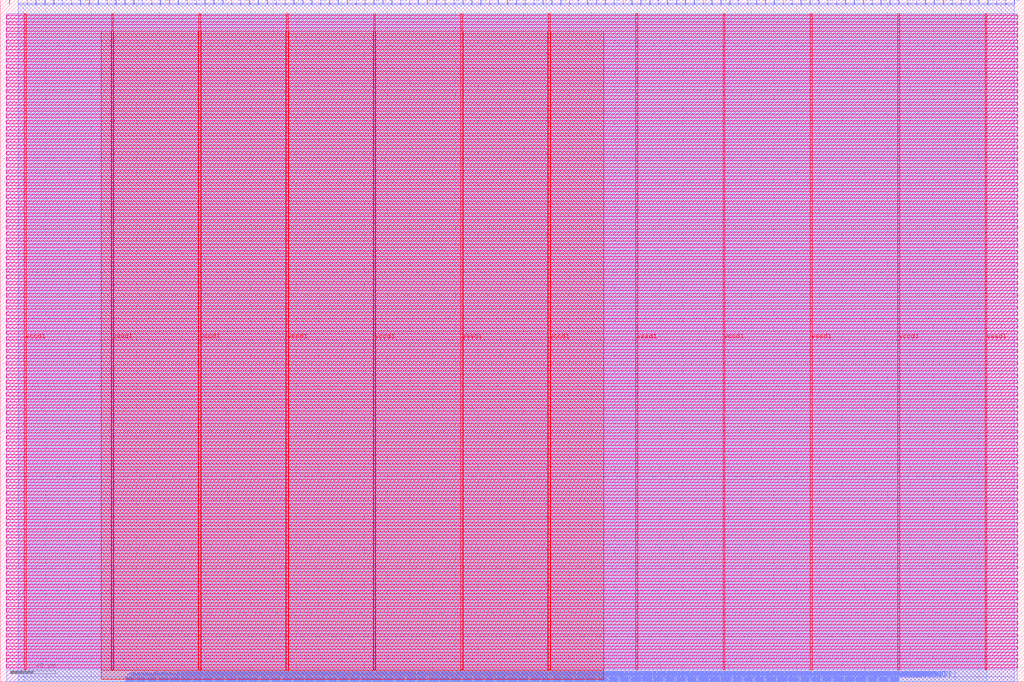
<source format=lef>
VERSION 5.7 ;
  NOWIREEXTENSIONATPIN ON ;
  DIVIDERCHAR "/" ;
  BUSBITCHARS "[]" ;
MACRO user_adder
  CLASS BLOCK ;
  FOREIGN user_adder ;
  ORIGIN 0.000 0.000 ;
  SIZE 900.000 BY 600.000 ;
  PIN io_in[0]
    DIRECTION INPUT ;
    USE SIGNAL ;
    PORT
      LAYER met2 ;
        RECT 7.910 596.000 8.190 600.000 ;
    END
  END io_in[0]
  PIN io_in[10]
    DIRECTION INPUT ;
    USE SIGNAL ;
    PORT
      LAYER met2 ;
        RECT 242.510 596.000 242.790 600.000 ;
    END
  END io_in[10]
  PIN io_in[11]
    DIRECTION INPUT ;
    USE SIGNAL ;
    PORT
      LAYER met2 ;
        RECT 265.970 596.000 266.250 600.000 ;
    END
  END io_in[11]
  PIN io_in[12]
    DIRECTION INPUT ;
    USE SIGNAL ;
    PORT
      LAYER met2 ;
        RECT 289.430 596.000 289.710 600.000 ;
    END
  END io_in[12]
  PIN io_in[13]
    DIRECTION INPUT ;
    USE SIGNAL ;
    PORT
      LAYER met2 ;
        RECT 312.890 596.000 313.170 600.000 ;
    END
  END io_in[13]
  PIN io_in[14]
    DIRECTION INPUT ;
    USE SIGNAL ;
    PORT
      LAYER met2 ;
        RECT 336.350 596.000 336.630 600.000 ;
    END
  END io_in[14]
  PIN io_in[15]
    DIRECTION INPUT ;
    USE SIGNAL ;
    PORT
      LAYER met2 ;
        RECT 359.810 596.000 360.090 600.000 ;
    END
  END io_in[15]
  PIN io_in[16]
    DIRECTION INPUT ;
    USE SIGNAL ;
    PORT
      LAYER met2 ;
        RECT 383.270 596.000 383.550 600.000 ;
    END
  END io_in[16]
  PIN io_in[17]
    DIRECTION INPUT ;
    USE SIGNAL ;
    PORT
      LAYER met2 ;
        RECT 406.730 596.000 407.010 600.000 ;
    END
  END io_in[17]
  PIN io_in[18]
    DIRECTION INPUT ;
    USE SIGNAL ;
    PORT
      LAYER met2 ;
        RECT 430.190 596.000 430.470 600.000 ;
    END
  END io_in[18]
  PIN io_in[19]
    DIRECTION INPUT ;
    USE SIGNAL ;
    PORT
      LAYER met2 ;
        RECT 453.650 596.000 453.930 600.000 ;
    END
  END io_in[19]
  PIN io_in[1]
    DIRECTION INPUT ;
    USE SIGNAL ;
    PORT
      LAYER met2 ;
        RECT 31.370 596.000 31.650 600.000 ;
    END
  END io_in[1]
  PIN io_in[20]
    DIRECTION INPUT ;
    USE SIGNAL ;
    PORT
      LAYER met2 ;
        RECT 477.110 596.000 477.390 600.000 ;
    END
  END io_in[20]
  PIN io_in[21]
    DIRECTION INPUT ;
    USE SIGNAL ;
    PORT
      LAYER met2 ;
        RECT 500.570 596.000 500.850 600.000 ;
    END
  END io_in[21]
  PIN io_in[22]
    DIRECTION INPUT ;
    USE SIGNAL ;
    PORT
      LAYER met2 ;
        RECT 524.030 596.000 524.310 600.000 ;
    END
  END io_in[22]
  PIN io_in[23]
    DIRECTION INPUT ;
    USE SIGNAL ;
    PORT
      LAYER met2 ;
        RECT 547.490 596.000 547.770 600.000 ;
    END
  END io_in[23]
  PIN io_in[24]
    DIRECTION INPUT ;
    USE SIGNAL ;
    PORT
      LAYER met2 ;
        RECT 570.950 596.000 571.230 600.000 ;
    END
  END io_in[24]
  PIN io_in[25]
    DIRECTION INPUT ;
    USE SIGNAL ;
    PORT
      LAYER met2 ;
        RECT 594.410 596.000 594.690 600.000 ;
    END
  END io_in[25]
  PIN io_in[26]
    DIRECTION INPUT ;
    USE SIGNAL ;
    PORT
      LAYER met2 ;
        RECT 617.870 596.000 618.150 600.000 ;
    END
  END io_in[26]
  PIN io_in[27]
    DIRECTION INPUT ;
    USE SIGNAL ;
    PORT
      LAYER met2 ;
        RECT 641.330 596.000 641.610 600.000 ;
    END
  END io_in[27]
  PIN io_in[28]
    DIRECTION INPUT ;
    USE SIGNAL ;
    PORT
      LAYER met2 ;
        RECT 664.790 596.000 665.070 600.000 ;
    END
  END io_in[28]
  PIN io_in[29]
    DIRECTION INPUT ;
    USE SIGNAL ;
    PORT
      LAYER met2 ;
        RECT 688.250 596.000 688.530 600.000 ;
    END
  END io_in[29]
  PIN io_in[2]
    DIRECTION INPUT ;
    USE SIGNAL ;
    PORT
      LAYER met2 ;
        RECT 54.830 596.000 55.110 600.000 ;
    END
  END io_in[2]
  PIN io_in[30]
    DIRECTION INPUT ;
    USE SIGNAL ;
    PORT
      LAYER met2 ;
        RECT 711.710 596.000 711.990 600.000 ;
    END
  END io_in[30]
  PIN io_in[31]
    DIRECTION INPUT ;
    USE SIGNAL ;
    PORT
      LAYER met2 ;
        RECT 735.170 596.000 735.450 600.000 ;
    END
  END io_in[31]
  PIN io_in[32]
    DIRECTION INPUT ;
    USE SIGNAL ;
    PORT
      LAYER met2 ;
        RECT 758.630 596.000 758.910 600.000 ;
    END
  END io_in[32]
  PIN io_in[33]
    DIRECTION INPUT ;
    USE SIGNAL ;
    PORT
      LAYER met2 ;
        RECT 782.090 596.000 782.370 600.000 ;
    END
  END io_in[33]
  PIN io_in[34]
    DIRECTION INPUT ;
    USE SIGNAL ;
    PORT
      LAYER met2 ;
        RECT 805.550 596.000 805.830 600.000 ;
    END
  END io_in[34]
  PIN io_in[35]
    DIRECTION INPUT ;
    USE SIGNAL ;
    PORT
      LAYER met2 ;
        RECT 829.010 596.000 829.290 600.000 ;
    END
  END io_in[35]
  PIN io_in[36]
    DIRECTION INPUT ;
    USE SIGNAL ;
    PORT
      LAYER met2 ;
        RECT 852.470 596.000 852.750 600.000 ;
    END
  END io_in[36]
  PIN io_in[37]
    DIRECTION INPUT ;
    USE SIGNAL ;
    PORT
      LAYER met2 ;
        RECT 875.930 596.000 876.210 600.000 ;
    END
  END io_in[37]
  PIN io_in[3]
    DIRECTION INPUT ;
    USE SIGNAL ;
    PORT
      LAYER met2 ;
        RECT 78.290 596.000 78.570 600.000 ;
    END
  END io_in[3]
  PIN io_in[4]
    DIRECTION INPUT ;
    USE SIGNAL ;
    PORT
      LAYER met2 ;
        RECT 101.750 596.000 102.030 600.000 ;
    END
  END io_in[4]
  PIN io_in[5]
    DIRECTION INPUT ;
    USE SIGNAL ;
    PORT
      LAYER met2 ;
        RECT 125.210 596.000 125.490 600.000 ;
    END
  END io_in[5]
  PIN io_in[6]
    DIRECTION INPUT ;
    USE SIGNAL ;
    PORT
      LAYER met2 ;
        RECT 148.670 596.000 148.950 600.000 ;
    END
  END io_in[6]
  PIN io_in[7]
    DIRECTION INPUT ;
    USE SIGNAL ;
    PORT
      LAYER met2 ;
        RECT 172.130 596.000 172.410 600.000 ;
    END
  END io_in[7]
  PIN io_in[8]
    DIRECTION INPUT ;
    USE SIGNAL ;
    PORT
      LAYER met2 ;
        RECT 195.590 596.000 195.870 600.000 ;
    END
  END io_in[8]
  PIN io_in[9]
    DIRECTION INPUT ;
    USE SIGNAL ;
    PORT
      LAYER met2 ;
        RECT 219.050 596.000 219.330 600.000 ;
    END
  END io_in[9]
  PIN io_oeb[0]
    DIRECTION OUTPUT TRISTATE ;
    USE SIGNAL ;
    PORT
      LAYER met2 ;
        RECT 15.730 596.000 16.010 600.000 ;
    END
  END io_oeb[0]
  PIN io_oeb[10]
    DIRECTION OUTPUT TRISTATE ;
    USE SIGNAL ;
    PORT
      LAYER met2 ;
        RECT 250.330 596.000 250.610 600.000 ;
    END
  END io_oeb[10]
  PIN io_oeb[11]
    DIRECTION OUTPUT TRISTATE ;
    USE SIGNAL ;
    PORT
      LAYER met2 ;
        RECT 273.790 596.000 274.070 600.000 ;
    END
  END io_oeb[11]
  PIN io_oeb[12]
    DIRECTION OUTPUT TRISTATE ;
    USE SIGNAL ;
    PORT
      LAYER met2 ;
        RECT 297.250 596.000 297.530 600.000 ;
    END
  END io_oeb[12]
  PIN io_oeb[13]
    DIRECTION OUTPUT TRISTATE ;
    USE SIGNAL ;
    PORT
      LAYER met2 ;
        RECT 320.710 596.000 320.990 600.000 ;
    END
  END io_oeb[13]
  PIN io_oeb[14]
    DIRECTION OUTPUT TRISTATE ;
    USE SIGNAL ;
    PORT
      LAYER met2 ;
        RECT 344.170 596.000 344.450 600.000 ;
    END
  END io_oeb[14]
  PIN io_oeb[15]
    DIRECTION OUTPUT TRISTATE ;
    USE SIGNAL ;
    PORT
      LAYER met2 ;
        RECT 367.630 596.000 367.910 600.000 ;
    END
  END io_oeb[15]
  PIN io_oeb[16]
    DIRECTION OUTPUT TRISTATE ;
    USE SIGNAL ;
    PORT
      LAYER met2 ;
        RECT 391.090 596.000 391.370 600.000 ;
    END
  END io_oeb[16]
  PIN io_oeb[17]
    DIRECTION OUTPUT TRISTATE ;
    USE SIGNAL ;
    PORT
      LAYER met2 ;
        RECT 414.550 596.000 414.830 600.000 ;
    END
  END io_oeb[17]
  PIN io_oeb[18]
    DIRECTION OUTPUT TRISTATE ;
    USE SIGNAL ;
    PORT
      LAYER met2 ;
        RECT 438.010 596.000 438.290 600.000 ;
    END
  END io_oeb[18]
  PIN io_oeb[19]
    DIRECTION OUTPUT TRISTATE ;
    USE SIGNAL ;
    PORT
      LAYER met2 ;
        RECT 461.470 596.000 461.750 600.000 ;
    END
  END io_oeb[19]
  PIN io_oeb[1]
    DIRECTION OUTPUT TRISTATE ;
    USE SIGNAL ;
    PORT
      LAYER met2 ;
        RECT 39.190 596.000 39.470 600.000 ;
    END
  END io_oeb[1]
  PIN io_oeb[20]
    DIRECTION OUTPUT TRISTATE ;
    USE SIGNAL ;
    PORT
      LAYER met2 ;
        RECT 484.930 596.000 485.210 600.000 ;
    END
  END io_oeb[20]
  PIN io_oeb[21]
    DIRECTION OUTPUT TRISTATE ;
    USE SIGNAL ;
    PORT
      LAYER met2 ;
        RECT 508.390 596.000 508.670 600.000 ;
    END
  END io_oeb[21]
  PIN io_oeb[22]
    DIRECTION OUTPUT TRISTATE ;
    USE SIGNAL ;
    PORT
      LAYER met2 ;
        RECT 531.850 596.000 532.130 600.000 ;
    END
  END io_oeb[22]
  PIN io_oeb[23]
    DIRECTION OUTPUT TRISTATE ;
    USE SIGNAL ;
    PORT
      LAYER met2 ;
        RECT 555.310 596.000 555.590 600.000 ;
    END
  END io_oeb[23]
  PIN io_oeb[24]
    DIRECTION OUTPUT TRISTATE ;
    USE SIGNAL ;
    PORT
      LAYER met2 ;
        RECT 578.770 596.000 579.050 600.000 ;
    END
  END io_oeb[24]
  PIN io_oeb[25]
    DIRECTION OUTPUT TRISTATE ;
    USE SIGNAL ;
    PORT
      LAYER met2 ;
        RECT 602.230 596.000 602.510 600.000 ;
    END
  END io_oeb[25]
  PIN io_oeb[26]
    DIRECTION OUTPUT TRISTATE ;
    USE SIGNAL ;
    PORT
      LAYER met2 ;
        RECT 625.690 596.000 625.970 600.000 ;
    END
  END io_oeb[26]
  PIN io_oeb[27]
    DIRECTION OUTPUT TRISTATE ;
    USE SIGNAL ;
    PORT
      LAYER met2 ;
        RECT 649.150 596.000 649.430 600.000 ;
    END
  END io_oeb[27]
  PIN io_oeb[28]
    DIRECTION OUTPUT TRISTATE ;
    USE SIGNAL ;
    PORT
      LAYER met2 ;
        RECT 672.610 596.000 672.890 600.000 ;
    END
  END io_oeb[28]
  PIN io_oeb[29]
    DIRECTION OUTPUT TRISTATE ;
    USE SIGNAL ;
    PORT
      LAYER met2 ;
        RECT 696.070 596.000 696.350 600.000 ;
    END
  END io_oeb[29]
  PIN io_oeb[2]
    DIRECTION OUTPUT TRISTATE ;
    USE SIGNAL ;
    PORT
      LAYER met2 ;
        RECT 62.650 596.000 62.930 600.000 ;
    END
  END io_oeb[2]
  PIN io_oeb[30]
    DIRECTION OUTPUT TRISTATE ;
    USE SIGNAL ;
    PORT
      LAYER met2 ;
        RECT 719.530 596.000 719.810 600.000 ;
    END
  END io_oeb[30]
  PIN io_oeb[31]
    DIRECTION OUTPUT TRISTATE ;
    USE SIGNAL ;
    PORT
      LAYER met2 ;
        RECT 742.990 596.000 743.270 600.000 ;
    END
  END io_oeb[31]
  PIN io_oeb[32]
    DIRECTION OUTPUT TRISTATE ;
    USE SIGNAL ;
    PORT
      LAYER met2 ;
        RECT 766.450 596.000 766.730 600.000 ;
    END
  END io_oeb[32]
  PIN io_oeb[33]
    DIRECTION OUTPUT TRISTATE ;
    USE SIGNAL ;
    PORT
      LAYER met2 ;
        RECT 789.910 596.000 790.190 600.000 ;
    END
  END io_oeb[33]
  PIN io_oeb[34]
    DIRECTION OUTPUT TRISTATE ;
    USE SIGNAL ;
    PORT
      LAYER met2 ;
        RECT 813.370 596.000 813.650 600.000 ;
    END
  END io_oeb[34]
  PIN io_oeb[35]
    DIRECTION OUTPUT TRISTATE ;
    USE SIGNAL ;
    PORT
      LAYER met2 ;
        RECT 836.830 596.000 837.110 600.000 ;
    END
  END io_oeb[35]
  PIN io_oeb[36]
    DIRECTION OUTPUT TRISTATE ;
    USE SIGNAL ;
    PORT
      LAYER met2 ;
        RECT 860.290 596.000 860.570 600.000 ;
    END
  END io_oeb[36]
  PIN io_oeb[37]
    DIRECTION OUTPUT TRISTATE ;
    USE SIGNAL ;
    PORT
      LAYER met2 ;
        RECT 883.750 596.000 884.030 600.000 ;
    END
  END io_oeb[37]
  PIN io_oeb[3]
    DIRECTION OUTPUT TRISTATE ;
    USE SIGNAL ;
    PORT
      LAYER met2 ;
        RECT 86.110 596.000 86.390 600.000 ;
    END
  END io_oeb[3]
  PIN io_oeb[4]
    DIRECTION OUTPUT TRISTATE ;
    USE SIGNAL ;
    PORT
      LAYER met2 ;
        RECT 109.570 596.000 109.850 600.000 ;
    END
  END io_oeb[4]
  PIN io_oeb[5]
    DIRECTION OUTPUT TRISTATE ;
    USE SIGNAL ;
    PORT
      LAYER met2 ;
        RECT 133.030 596.000 133.310 600.000 ;
    END
  END io_oeb[5]
  PIN io_oeb[6]
    DIRECTION OUTPUT TRISTATE ;
    USE SIGNAL ;
    PORT
      LAYER met2 ;
        RECT 156.490 596.000 156.770 600.000 ;
    END
  END io_oeb[6]
  PIN io_oeb[7]
    DIRECTION OUTPUT TRISTATE ;
    USE SIGNAL ;
    PORT
      LAYER met2 ;
        RECT 179.950 596.000 180.230 600.000 ;
    END
  END io_oeb[7]
  PIN io_oeb[8]
    DIRECTION OUTPUT TRISTATE ;
    USE SIGNAL ;
    PORT
      LAYER met2 ;
        RECT 203.410 596.000 203.690 600.000 ;
    END
  END io_oeb[8]
  PIN io_oeb[9]
    DIRECTION OUTPUT TRISTATE ;
    USE SIGNAL ;
    PORT
      LAYER met2 ;
        RECT 226.870 596.000 227.150 600.000 ;
    END
  END io_oeb[9]
  PIN io_out[0]
    DIRECTION OUTPUT TRISTATE ;
    USE SIGNAL ;
    PORT
      LAYER met2 ;
        RECT 23.550 596.000 23.830 600.000 ;
    END
  END io_out[0]
  PIN io_out[10]
    DIRECTION OUTPUT TRISTATE ;
    USE SIGNAL ;
    PORT
      LAYER met2 ;
        RECT 258.150 596.000 258.430 600.000 ;
    END
  END io_out[10]
  PIN io_out[11]
    DIRECTION OUTPUT TRISTATE ;
    USE SIGNAL ;
    PORT
      LAYER met2 ;
        RECT 281.610 596.000 281.890 600.000 ;
    END
  END io_out[11]
  PIN io_out[12]
    DIRECTION OUTPUT TRISTATE ;
    USE SIGNAL ;
    PORT
      LAYER met2 ;
        RECT 305.070 596.000 305.350 600.000 ;
    END
  END io_out[12]
  PIN io_out[13]
    DIRECTION OUTPUT TRISTATE ;
    USE SIGNAL ;
    PORT
      LAYER met2 ;
        RECT 328.530 596.000 328.810 600.000 ;
    END
  END io_out[13]
  PIN io_out[14]
    DIRECTION OUTPUT TRISTATE ;
    USE SIGNAL ;
    PORT
      LAYER met2 ;
        RECT 351.990 596.000 352.270 600.000 ;
    END
  END io_out[14]
  PIN io_out[15]
    DIRECTION OUTPUT TRISTATE ;
    USE SIGNAL ;
    PORT
      LAYER met2 ;
        RECT 375.450 596.000 375.730 600.000 ;
    END
  END io_out[15]
  PIN io_out[16]
    DIRECTION OUTPUT TRISTATE ;
    USE SIGNAL ;
    PORT
      LAYER met2 ;
        RECT 398.910 596.000 399.190 600.000 ;
    END
  END io_out[16]
  PIN io_out[17]
    DIRECTION OUTPUT TRISTATE ;
    USE SIGNAL ;
    PORT
      LAYER met2 ;
        RECT 422.370 596.000 422.650 600.000 ;
    END
  END io_out[17]
  PIN io_out[18]
    DIRECTION OUTPUT TRISTATE ;
    USE SIGNAL ;
    PORT
      LAYER met2 ;
        RECT 445.830 596.000 446.110 600.000 ;
    END
  END io_out[18]
  PIN io_out[19]
    DIRECTION OUTPUT TRISTATE ;
    USE SIGNAL ;
    PORT
      LAYER met2 ;
        RECT 469.290 596.000 469.570 600.000 ;
    END
  END io_out[19]
  PIN io_out[1]
    DIRECTION OUTPUT TRISTATE ;
    USE SIGNAL ;
    PORT
      LAYER met2 ;
        RECT 47.010 596.000 47.290 600.000 ;
    END
  END io_out[1]
  PIN io_out[20]
    DIRECTION OUTPUT TRISTATE ;
    USE SIGNAL ;
    PORT
      LAYER met2 ;
        RECT 492.750 596.000 493.030 600.000 ;
    END
  END io_out[20]
  PIN io_out[21]
    DIRECTION OUTPUT TRISTATE ;
    USE SIGNAL ;
    PORT
      LAYER met2 ;
        RECT 516.210 596.000 516.490 600.000 ;
    END
  END io_out[21]
  PIN io_out[22]
    DIRECTION OUTPUT TRISTATE ;
    USE SIGNAL ;
    PORT
      LAYER met2 ;
        RECT 539.670 596.000 539.950 600.000 ;
    END
  END io_out[22]
  PIN io_out[23]
    DIRECTION OUTPUT TRISTATE ;
    USE SIGNAL ;
    PORT
      LAYER met2 ;
        RECT 563.130 596.000 563.410 600.000 ;
    END
  END io_out[23]
  PIN io_out[24]
    DIRECTION OUTPUT TRISTATE ;
    USE SIGNAL ;
    PORT
      LAYER met2 ;
        RECT 586.590 596.000 586.870 600.000 ;
    END
  END io_out[24]
  PIN io_out[25]
    DIRECTION OUTPUT TRISTATE ;
    USE SIGNAL ;
    PORT
      LAYER met2 ;
        RECT 610.050 596.000 610.330 600.000 ;
    END
  END io_out[25]
  PIN io_out[26]
    DIRECTION OUTPUT TRISTATE ;
    USE SIGNAL ;
    PORT
      LAYER met2 ;
        RECT 633.510 596.000 633.790 600.000 ;
    END
  END io_out[26]
  PIN io_out[27]
    DIRECTION OUTPUT TRISTATE ;
    USE SIGNAL ;
    PORT
      LAYER met2 ;
        RECT 656.970 596.000 657.250 600.000 ;
    END
  END io_out[27]
  PIN io_out[28]
    DIRECTION OUTPUT TRISTATE ;
    USE SIGNAL ;
    PORT
      LAYER met2 ;
        RECT 680.430 596.000 680.710 600.000 ;
    END
  END io_out[28]
  PIN io_out[29]
    DIRECTION OUTPUT TRISTATE ;
    USE SIGNAL ;
    PORT
      LAYER met2 ;
        RECT 703.890 596.000 704.170 600.000 ;
    END
  END io_out[29]
  PIN io_out[2]
    DIRECTION OUTPUT TRISTATE ;
    USE SIGNAL ;
    PORT
      LAYER met2 ;
        RECT 70.470 596.000 70.750 600.000 ;
    END
  END io_out[2]
  PIN io_out[30]
    DIRECTION OUTPUT TRISTATE ;
    USE SIGNAL ;
    PORT
      LAYER met2 ;
        RECT 727.350 596.000 727.630 600.000 ;
    END
  END io_out[30]
  PIN io_out[31]
    DIRECTION OUTPUT TRISTATE ;
    USE SIGNAL ;
    PORT
      LAYER met2 ;
        RECT 750.810 596.000 751.090 600.000 ;
    END
  END io_out[31]
  PIN io_out[32]
    DIRECTION OUTPUT TRISTATE ;
    USE SIGNAL ;
    PORT
      LAYER met2 ;
        RECT 774.270 596.000 774.550 600.000 ;
    END
  END io_out[32]
  PIN io_out[33]
    DIRECTION OUTPUT TRISTATE ;
    USE SIGNAL ;
    PORT
      LAYER met2 ;
        RECT 797.730 596.000 798.010 600.000 ;
    END
  END io_out[33]
  PIN io_out[34]
    DIRECTION OUTPUT TRISTATE ;
    USE SIGNAL ;
    PORT
      LAYER met2 ;
        RECT 821.190 596.000 821.470 600.000 ;
    END
  END io_out[34]
  PIN io_out[35]
    DIRECTION OUTPUT TRISTATE ;
    USE SIGNAL ;
    PORT
      LAYER met2 ;
        RECT 844.650 596.000 844.930 600.000 ;
    END
  END io_out[35]
  PIN io_out[36]
    DIRECTION OUTPUT TRISTATE ;
    USE SIGNAL ;
    PORT
      LAYER met2 ;
        RECT 868.110 596.000 868.390 600.000 ;
    END
  END io_out[36]
  PIN io_out[37]
    DIRECTION OUTPUT TRISTATE ;
    USE SIGNAL ;
    PORT
      LAYER met2 ;
        RECT 891.570 596.000 891.850 600.000 ;
    END
  END io_out[37]
  PIN io_out[3]
    DIRECTION OUTPUT TRISTATE ;
    USE SIGNAL ;
    PORT
      LAYER met2 ;
        RECT 93.930 596.000 94.210 600.000 ;
    END
  END io_out[3]
  PIN io_out[4]
    DIRECTION OUTPUT TRISTATE ;
    USE SIGNAL ;
    PORT
      LAYER met2 ;
        RECT 117.390 596.000 117.670 600.000 ;
    END
  END io_out[4]
  PIN io_out[5]
    DIRECTION OUTPUT TRISTATE ;
    USE SIGNAL ;
    PORT
      LAYER met2 ;
        RECT 140.850 596.000 141.130 600.000 ;
    END
  END io_out[5]
  PIN io_out[6]
    DIRECTION OUTPUT TRISTATE ;
    USE SIGNAL ;
    PORT
      LAYER met2 ;
        RECT 164.310 596.000 164.590 600.000 ;
    END
  END io_out[6]
  PIN io_out[7]
    DIRECTION OUTPUT TRISTATE ;
    USE SIGNAL ;
    PORT
      LAYER met2 ;
        RECT 187.770 596.000 188.050 600.000 ;
    END
  END io_out[7]
  PIN io_out[8]
    DIRECTION OUTPUT TRISTATE ;
    USE SIGNAL ;
    PORT
      LAYER met2 ;
        RECT 211.230 596.000 211.510 600.000 ;
    END
  END io_out[8]
  PIN io_out[9]
    DIRECTION OUTPUT TRISTATE ;
    USE SIGNAL ;
    PORT
      LAYER met2 ;
        RECT 234.690 596.000 234.970 600.000 ;
    END
  END io_out[9]
  PIN irq[0]
    DIRECTION OUTPUT TRISTATE ;
    USE SIGNAL ;
    PORT
      LAYER met2 ;
        RECT 786.690 0.000 786.970 4.000 ;
    END
  END irq[0]
  PIN irq[1]
    DIRECTION OUTPUT TRISTATE ;
    USE SIGNAL ;
    PORT
      LAYER met2 ;
        RECT 788.070 0.000 788.350 4.000 ;
    END
  END irq[1]
  PIN irq[2]
    DIRECTION OUTPUT TRISTATE ;
    USE SIGNAL ;
    PORT
      LAYER met2 ;
        RECT 789.450 0.000 789.730 4.000 ;
    END
  END irq[2]
  PIN la_data_in[0]
    DIRECTION INPUT ;
    USE SIGNAL ;
    PORT
      LAYER met2 ;
        RECT 256.770 0.000 257.050 4.000 ;
    END
  END la_data_in[0]
  PIN la_data_in[100]
    DIRECTION INPUT ;
    USE SIGNAL ;
    PORT
      LAYER met2 ;
        RECT 670.770 0.000 671.050 4.000 ;
    END
  END la_data_in[100]
  PIN la_data_in[101]
    DIRECTION INPUT ;
    USE SIGNAL ;
    PORT
      LAYER met2 ;
        RECT 674.910 0.000 675.190 4.000 ;
    END
  END la_data_in[101]
  PIN la_data_in[102]
    DIRECTION INPUT ;
    USE SIGNAL ;
    PORT
      LAYER met2 ;
        RECT 679.050 0.000 679.330 4.000 ;
    END
  END la_data_in[102]
  PIN la_data_in[103]
    DIRECTION INPUT ;
    USE SIGNAL ;
    PORT
      LAYER met2 ;
        RECT 683.190 0.000 683.470 4.000 ;
    END
  END la_data_in[103]
  PIN la_data_in[104]
    DIRECTION INPUT ;
    USE SIGNAL ;
    PORT
      LAYER met2 ;
        RECT 687.330 0.000 687.610 4.000 ;
    END
  END la_data_in[104]
  PIN la_data_in[105]
    DIRECTION INPUT ;
    USE SIGNAL ;
    PORT
      LAYER met2 ;
        RECT 691.470 0.000 691.750 4.000 ;
    END
  END la_data_in[105]
  PIN la_data_in[106]
    DIRECTION INPUT ;
    USE SIGNAL ;
    PORT
      LAYER met2 ;
        RECT 695.610 0.000 695.890 4.000 ;
    END
  END la_data_in[106]
  PIN la_data_in[107]
    DIRECTION INPUT ;
    USE SIGNAL ;
    PORT
      LAYER met2 ;
        RECT 699.750 0.000 700.030 4.000 ;
    END
  END la_data_in[107]
  PIN la_data_in[108]
    DIRECTION INPUT ;
    USE SIGNAL ;
    PORT
      LAYER met2 ;
        RECT 703.890 0.000 704.170 4.000 ;
    END
  END la_data_in[108]
  PIN la_data_in[109]
    DIRECTION INPUT ;
    USE SIGNAL ;
    PORT
      LAYER met2 ;
        RECT 708.030 0.000 708.310 4.000 ;
    END
  END la_data_in[109]
  PIN la_data_in[10]
    DIRECTION INPUT ;
    USE SIGNAL ;
    PORT
      LAYER met2 ;
        RECT 298.170 0.000 298.450 4.000 ;
    END
  END la_data_in[10]
  PIN la_data_in[110]
    DIRECTION INPUT ;
    USE SIGNAL ;
    PORT
      LAYER met2 ;
        RECT 712.170 0.000 712.450 4.000 ;
    END
  END la_data_in[110]
  PIN la_data_in[111]
    DIRECTION INPUT ;
    USE SIGNAL ;
    PORT
      LAYER met2 ;
        RECT 716.310 0.000 716.590 4.000 ;
    END
  END la_data_in[111]
  PIN la_data_in[112]
    DIRECTION INPUT ;
    USE SIGNAL ;
    PORT
      LAYER met2 ;
        RECT 720.450 0.000 720.730 4.000 ;
    END
  END la_data_in[112]
  PIN la_data_in[113]
    DIRECTION INPUT ;
    USE SIGNAL ;
    PORT
      LAYER met2 ;
        RECT 724.590 0.000 724.870 4.000 ;
    END
  END la_data_in[113]
  PIN la_data_in[114]
    DIRECTION INPUT ;
    USE SIGNAL ;
    PORT
      LAYER met2 ;
        RECT 728.730 0.000 729.010 4.000 ;
    END
  END la_data_in[114]
  PIN la_data_in[115]
    DIRECTION INPUT ;
    USE SIGNAL ;
    PORT
      LAYER met2 ;
        RECT 732.870 0.000 733.150 4.000 ;
    END
  END la_data_in[115]
  PIN la_data_in[116]
    DIRECTION INPUT ;
    USE SIGNAL ;
    PORT
      LAYER met2 ;
        RECT 737.010 0.000 737.290 4.000 ;
    END
  END la_data_in[116]
  PIN la_data_in[117]
    DIRECTION INPUT ;
    USE SIGNAL ;
    PORT
      LAYER met2 ;
        RECT 741.150 0.000 741.430 4.000 ;
    END
  END la_data_in[117]
  PIN la_data_in[118]
    DIRECTION INPUT ;
    USE SIGNAL ;
    PORT
      LAYER met2 ;
        RECT 745.290 0.000 745.570 4.000 ;
    END
  END la_data_in[118]
  PIN la_data_in[119]
    DIRECTION INPUT ;
    USE SIGNAL ;
    PORT
      LAYER met2 ;
        RECT 749.430 0.000 749.710 4.000 ;
    END
  END la_data_in[119]
  PIN la_data_in[11]
    DIRECTION INPUT ;
    USE SIGNAL ;
    PORT
      LAYER met2 ;
        RECT 302.310 0.000 302.590 4.000 ;
    END
  END la_data_in[11]
  PIN la_data_in[120]
    DIRECTION INPUT ;
    USE SIGNAL ;
    PORT
      LAYER met2 ;
        RECT 753.570 0.000 753.850 4.000 ;
    END
  END la_data_in[120]
  PIN la_data_in[121]
    DIRECTION INPUT ;
    USE SIGNAL ;
    PORT
      LAYER met2 ;
        RECT 757.710 0.000 757.990 4.000 ;
    END
  END la_data_in[121]
  PIN la_data_in[122]
    DIRECTION INPUT ;
    USE SIGNAL ;
    PORT
      LAYER met2 ;
        RECT 761.850 0.000 762.130 4.000 ;
    END
  END la_data_in[122]
  PIN la_data_in[123]
    DIRECTION INPUT ;
    USE SIGNAL ;
    PORT
      LAYER met2 ;
        RECT 765.990 0.000 766.270 4.000 ;
    END
  END la_data_in[123]
  PIN la_data_in[124]
    DIRECTION INPUT ;
    USE SIGNAL ;
    PORT
      LAYER met2 ;
        RECT 770.130 0.000 770.410 4.000 ;
    END
  END la_data_in[124]
  PIN la_data_in[125]
    DIRECTION INPUT ;
    USE SIGNAL ;
    PORT
      LAYER met2 ;
        RECT 774.270 0.000 774.550 4.000 ;
    END
  END la_data_in[125]
  PIN la_data_in[126]
    DIRECTION INPUT ;
    USE SIGNAL ;
    PORT
      LAYER met2 ;
        RECT 778.410 0.000 778.690 4.000 ;
    END
  END la_data_in[126]
  PIN la_data_in[127]
    DIRECTION INPUT ;
    USE SIGNAL ;
    PORT
      LAYER met2 ;
        RECT 782.550 0.000 782.830 4.000 ;
    END
  END la_data_in[127]
  PIN la_data_in[12]
    DIRECTION INPUT ;
    USE SIGNAL ;
    PORT
      LAYER met2 ;
        RECT 306.450 0.000 306.730 4.000 ;
    END
  END la_data_in[12]
  PIN la_data_in[13]
    DIRECTION INPUT ;
    USE SIGNAL ;
    PORT
      LAYER met2 ;
        RECT 310.590 0.000 310.870 4.000 ;
    END
  END la_data_in[13]
  PIN la_data_in[14]
    DIRECTION INPUT ;
    USE SIGNAL ;
    PORT
      LAYER met2 ;
        RECT 314.730 0.000 315.010 4.000 ;
    END
  END la_data_in[14]
  PIN la_data_in[15]
    DIRECTION INPUT ;
    USE SIGNAL ;
    PORT
      LAYER met2 ;
        RECT 318.870 0.000 319.150 4.000 ;
    END
  END la_data_in[15]
  PIN la_data_in[16]
    DIRECTION INPUT ;
    USE SIGNAL ;
    PORT
      LAYER met2 ;
        RECT 323.010 0.000 323.290 4.000 ;
    END
  END la_data_in[16]
  PIN la_data_in[17]
    DIRECTION INPUT ;
    USE SIGNAL ;
    PORT
      LAYER met2 ;
        RECT 327.150 0.000 327.430 4.000 ;
    END
  END la_data_in[17]
  PIN la_data_in[18]
    DIRECTION INPUT ;
    USE SIGNAL ;
    PORT
      LAYER met2 ;
        RECT 331.290 0.000 331.570 4.000 ;
    END
  END la_data_in[18]
  PIN la_data_in[19]
    DIRECTION INPUT ;
    USE SIGNAL ;
    PORT
      LAYER met2 ;
        RECT 335.430 0.000 335.710 4.000 ;
    END
  END la_data_in[19]
  PIN la_data_in[1]
    DIRECTION INPUT ;
    USE SIGNAL ;
    PORT
      LAYER met2 ;
        RECT 260.910 0.000 261.190 4.000 ;
    END
  END la_data_in[1]
  PIN la_data_in[20]
    DIRECTION INPUT ;
    USE SIGNAL ;
    PORT
      LAYER met2 ;
        RECT 339.570 0.000 339.850 4.000 ;
    END
  END la_data_in[20]
  PIN la_data_in[21]
    DIRECTION INPUT ;
    USE SIGNAL ;
    PORT
      LAYER met2 ;
        RECT 343.710 0.000 343.990 4.000 ;
    END
  END la_data_in[21]
  PIN la_data_in[22]
    DIRECTION INPUT ;
    USE SIGNAL ;
    PORT
      LAYER met2 ;
        RECT 347.850 0.000 348.130 4.000 ;
    END
  END la_data_in[22]
  PIN la_data_in[23]
    DIRECTION INPUT ;
    USE SIGNAL ;
    PORT
      LAYER met2 ;
        RECT 351.990 0.000 352.270 4.000 ;
    END
  END la_data_in[23]
  PIN la_data_in[24]
    DIRECTION INPUT ;
    USE SIGNAL ;
    PORT
      LAYER met2 ;
        RECT 356.130 0.000 356.410 4.000 ;
    END
  END la_data_in[24]
  PIN la_data_in[25]
    DIRECTION INPUT ;
    USE SIGNAL ;
    PORT
      LAYER met2 ;
        RECT 360.270 0.000 360.550 4.000 ;
    END
  END la_data_in[25]
  PIN la_data_in[26]
    DIRECTION INPUT ;
    USE SIGNAL ;
    PORT
      LAYER met2 ;
        RECT 364.410 0.000 364.690 4.000 ;
    END
  END la_data_in[26]
  PIN la_data_in[27]
    DIRECTION INPUT ;
    USE SIGNAL ;
    PORT
      LAYER met2 ;
        RECT 368.550 0.000 368.830 4.000 ;
    END
  END la_data_in[27]
  PIN la_data_in[28]
    DIRECTION INPUT ;
    USE SIGNAL ;
    PORT
      LAYER met2 ;
        RECT 372.690 0.000 372.970 4.000 ;
    END
  END la_data_in[28]
  PIN la_data_in[29]
    DIRECTION INPUT ;
    USE SIGNAL ;
    PORT
      LAYER met2 ;
        RECT 376.830 0.000 377.110 4.000 ;
    END
  END la_data_in[29]
  PIN la_data_in[2]
    DIRECTION INPUT ;
    USE SIGNAL ;
    PORT
      LAYER met2 ;
        RECT 265.050 0.000 265.330 4.000 ;
    END
  END la_data_in[2]
  PIN la_data_in[30]
    DIRECTION INPUT ;
    USE SIGNAL ;
    PORT
      LAYER met2 ;
        RECT 380.970 0.000 381.250 4.000 ;
    END
  END la_data_in[30]
  PIN la_data_in[31]
    DIRECTION INPUT ;
    USE SIGNAL ;
    PORT
      LAYER met2 ;
        RECT 385.110 0.000 385.390 4.000 ;
    END
  END la_data_in[31]
  PIN la_data_in[32]
    DIRECTION INPUT ;
    USE SIGNAL ;
    PORT
      LAYER met2 ;
        RECT 389.250 0.000 389.530 4.000 ;
    END
  END la_data_in[32]
  PIN la_data_in[33]
    DIRECTION INPUT ;
    USE SIGNAL ;
    PORT
      LAYER met2 ;
        RECT 393.390 0.000 393.670 4.000 ;
    END
  END la_data_in[33]
  PIN la_data_in[34]
    DIRECTION INPUT ;
    USE SIGNAL ;
    PORT
      LAYER met2 ;
        RECT 397.530 0.000 397.810 4.000 ;
    END
  END la_data_in[34]
  PIN la_data_in[35]
    DIRECTION INPUT ;
    USE SIGNAL ;
    PORT
      LAYER met2 ;
        RECT 401.670 0.000 401.950 4.000 ;
    END
  END la_data_in[35]
  PIN la_data_in[36]
    DIRECTION INPUT ;
    USE SIGNAL ;
    PORT
      LAYER met2 ;
        RECT 405.810 0.000 406.090 4.000 ;
    END
  END la_data_in[36]
  PIN la_data_in[37]
    DIRECTION INPUT ;
    USE SIGNAL ;
    PORT
      LAYER met2 ;
        RECT 409.950 0.000 410.230 4.000 ;
    END
  END la_data_in[37]
  PIN la_data_in[38]
    DIRECTION INPUT ;
    USE SIGNAL ;
    PORT
      LAYER met2 ;
        RECT 414.090 0.000 414.370 4.000 ;
    END
  END la_data_in[38]
  PIN la_data_in[39]
    DIRECTION INPUT ;
    USE SIGNAL ;
    PORT
      LAYER met2 ;
        RECT 418.230 0.000 418.510 4.000 ;
    END
  END la_data_in[39]
  PIN la_data_in[3]
    DIRECTION INPUT ;
    USE SIGNAL ;
    PORT
      LAYER met2 ;
        RECT 269.190 0.000 269.470 4.000 ;
    END
  END la_data_in[3]
  PIN la_data_in[40]
    DIRECTION INPUT ;
    USE SIGNAL ;
    PORT
      LAYER met2 ;
        RECT 422.370 0.000 422.650 4.000 ;
    END
  END la_data_in[40]
  PIN la_data_in[41]
    DIRECTION INPUT ;
    USE SIGNAL ;
    PORT
      LAYER met2 ;
        RECT 426.510 0.000 426.790 4.000 ;
    END
  END la_data_in[41]
  PIN la_data_in[42]
    DIRECTION INPUT ;
    USE SIGNAL ;
    PORT
      LAYER met2 ;
        RECT 430.650 0.000 430.930 4.000 ;
    END
  END la_data_in[42]
  PIN la_data_in[43]
    DIRECTION INPUT ;
    USE SIGNAL ;
    PORT
      LAYER met2 ;
        RECT 434.790 0.000 435.070 4.000 ;
    END
  END la_data_in[43]
  PIN la_data_in[44]
    DIRECTION INPUT ;
    USE SIGNAL ;
    PORT
      LAYER met2 ;
        RECT 438.930 0.000 439.210 4.000 ;
    END
  END la_data_in[44]
  PIN la_data_in[45]
    DIRECTION INPUT ;
    USE SIGNAL ;
    PORT
      LAYER met2 ;
        RECT 443.070 0.000 443.350 4.000 ;
    END
  END la_data_in[45]
  PIN la_data_in[46]
    DIRECTION INPUT ;
    USE SIGNAL ;
    PORT
      LAYER met2 ;
        RECT 447.210 0.000 447.490 4.000 ;
    END
  END la_data_in[46]
  PIN la_data_in[47]
    DIRECTION INPUT ;
    USE SIGNAL ;
    PORT
      LAYER met2 ;
        RECT 451.350 0.000 451.630 4.000 ;
    END
  END la_data_in[47]
  PIN la_data_in[48]
    DIRECTION INPUT ;
    USE SIGNAL ;
    PORT
      LAYER met2 ;
        RECT 455.490 0.000 455.770 4.000 ;
    END
  END la_data_in[48]
  PIN la_data_in[49]
    DIRECTION INPUT ;
    USE SIGNAL ;
    PORT
      LAYER met2 ;
        RECT 459.630 0.000 459.910 4.000 ;
    END
  END la_data_in[49]
  PIN la_data_in[4]
    DIRECTION INPUT ;
    USE SIGNAL ;
    PORT
      LAYER met2 ;
        RECT 273.330 0.000 273.610 4.000 ;
    END
  END la_data_in[4]
  PIN la_data_in[50]
    DIRECTION INPUT ;
    USE SIGNAL ;
    PORT
      LAYER met2 ;
        RECT 463.770 0.000 464.050 4.000 ;
    END
  END la_data_in[50]
  PIN la_data_in[51]
    DIRECTION INPUT ;
    USE SIGNAL ;
    PORT
      LAYER met2 ;
        RECT 467.910 0.000 468.190 4.000 ;
    END
  END la_data_in[51]
  PIN la_data_in[52]
    DIRECTION INPUT ;
    USE SIGNAL ;
    PORT
      LAYER met2 ;
        RECT 472.050 0.000 472.330 4.000 ;
    END
  END la_data_in[52]
  PIN la_data_in[53]
    DIRECTION INPUT ;
    USE SIGNAL ;
    PORT
      LAYER met2 ;
        RECT 476.190 0.000 476.470 4.000 ;
    END
  END la_data_in[53]
  PIN la_data_in[54]
    DIRECTION INPUT ;
    USE SIGNAL ;
    PORT
      LAYER met2 ;
        RECT 480.330 0.000 480.610 4.000 ;
    END
  END la_data_in[54]
  PIN la_data_in[55]
    DIRECTION INPUT ;
    USE SIGNAL ;
    PORT
      LAYER met2 ;
        RECT 484.470 0.000 484.750 4.000 ;
    END
  END la_data_in[55]
  PIN la_data_in[56]
    DIRECTION INPUT ;
    USE SIGNAL ;
    PORT
      LAYER met2 ;
        RECT 488.610 0.000 488.890 4.000 ;
    END
  END la_data_in[56]
  PIN la_data_in[57]
    DIRECTION INPUT ;
    USE SIGNAL ;
    PORT
      LAYER met2 ;
        RECT 492.750 0.000 493.030 4.000 ;
    END
  END la_data_in[57]
  PIN la_data_in[58]
    DIRECTION INPUT ;
    USE SIGNAL ;
    PORT
      LAYER met2 ;
        RECT 496.890 0.000 497.170 4.000 ;
    END
  END la_data_in[58]
  PIN la_data_in[59]
    DIRECTION INPUT ;
    USE SIGNAL ;
    PORT
      LAYER met2 ;
        RECT 501.030 0.000 501.310 4.000 ;
    END
  END la_data_in[59]
  PIN la_data_in[5]
    DIRECTION INPUT ;
    USE SIGNAL ;
    PORT
      LAYER met2 ;
        RECT 277.470 0.000 277.750 4.000 ;
    END
  END la_data_in[5]
  PIN la_data_in[60]
    DIRECTION INPUT ;
    USE SIGNAL ;
    PORT
      LAYER met2 ;
        RECT 505.170 0.000 505.450 4.000 ;
    END
  END la_data_in[60]
  PIN la_data_in[61]
    DIRECTION INPUT ;
    USE SIGNAL ;
    PORT
      LAYER met2 ;
        RECT 509.310 0.000 509.590 4.000 ;
    END
  END la_data_in[61]
  PIN la_data_in[62]
    DIRECTION INPUT ;
    USE SIGNAL ;
    PORT
      LAYER met2 ;
        RECT 513.450 0.000 513.730 4.000 ;
    END
  END la_data_in[62]
  PIN la_data_in[63]
    DIRECTION INPUT ;
    USE SIGNAL ;
    PORT
      LAYER met2 ;
        RECT 517.590 0.000 517.870 4.000 ;
    END
  END la_data_in[63]
  PIN la_data_in[64]
    DIRECTION INPUT ;
    USE SIGNAL ;
    PORT
      LAYER met2 ;
        RECT 521.730 0.000 522.010 4.000 ;
    END
  END la_data_in[64]
  PIN la_data_in[65]
    DIRECTION INPUT ;
    USE SIGNAL ;
    PORT
      LAYER met2 ;
        RECT 525.870 0.000 526.150 4.000 ;
    END
  END la_data_in[65]
  PIN la_data_in[66]
    DIRECTION INPUT ;
    USE SIGNAL ;
    PORT
      LAYER met2 ;
        RECT 530.010 0.000 530.290 4.000 ;
    END
  END la_data_in[66]
  PIN la_data_in[67]
    DIRECTION INPUT ;
    USE SIGNAL ;
    PORT
      LAYER met2 ;
        RECT 534.150 0.000 534.430 4.000 ;
    END
  END la_data_in[67]
  PIN la_data_in[68]
    DIRECTION INPUT ;
    USE SIGNAL ;
    PORT
      LAYER met2 ;
        RECT 538.290 0.000 538.570 4.000 ;
    END
  END la_data_in[68]
  PIN la_data_in[69]
    DIRECTION INPUT ;
    USE SIGNAL ;
    PORT
      LAYER met2 ;
        RECT 542.430 0.000 542.710 4.000 ;
    END
  END la_data_in[69]
  PIN la_data_in[6]
    DIRECTION INPUT ;
    USE SIGNAL ;
    PORT
      LAYER met2 ;
        RECT 281.610 0.000 281.890 4.000 ;
    END
  END la_data_in[6]
  PIN la_data_in[70]
    DIRECTION INPUT ;
    USE SIGNAL ;
    PORT
      LAYER met2 ;
        RECT 546.570 0.000 546.850 4.000 ;
    END
  END la_data_in[70]
  PIN la_data_in[71]
    DIRECTION INPUT ;
    USE SIGNAL ;
    PORT
      LAYER met2 ;
        RECT 550.710 0.000 550.990 4.000 ;
    END
  END la_data_in[71]
  PIN la_data_in[72]
    DIRECTION INPUT ;
    USE SIGNAL ;
    PORT
      LAYER met2 ;
        RECT 554.850 0.000 555.130 4.000 ;
    END
  END la_data_in[72]
  PIN la_data_in[73]
    DIRECTION INPUT ;
    USE SIGNAL ;
    PORT
      LAYER met2 ;
        RECT 558.990 0.000 559.270 4.000 ;
    END
  END la_data_in[73]
  PIN la_data_in[74]
    DIRECTION INPUT ;
    USE SIGNAL ;
    PORT
      LAYER met2 ;
        RECT 563.130 0.000 563.410 4.000 ;
    END
  END la_data_in[74]
  PIN la_data_in[75]
    DIRECTION INPUT ;
    USE SIGNAL ;
    PORT
      LAYER met2 ;
        RECT 567.270 0.000 567.550 4.000 ;
    END
  END la_data_in[75]
  PIN la_data_in[76]
    DIRECTION INPUT ;
    USE SIGNAL ;
    PORT
      LAYER met2 ;
        RECT 571.410 0.000 571.690 4.000 ;
    END
  END la_data_in[76]
  PIN la_data_in[77]
    DIRECTION INPUT ;
    USE SIGNAL ;
    PORT
      LAYER met2 ;
        RECT 575.550 0.000 575.830 4.000 ;
    END
  END la_data_in[77]
  PIN la_data_in[78]
    DIRECTION INPUT ;
    USE SIGNAL ;
    PORT
      LAYER met2 ;
        RECT 579.690 0.000 579.970 4.000 ;
    END
  END la_data_in[78]
  PIN la_data_in[79]
    DIRECTION INPUT ;
    USE SIGNAL ;
    PORT
      LAYER met2 ;
        RECT 583.830 0.000 584.110 4.000 ;
    END
  END la_data_in[79]
  PIN la_data_in[7]
    DIRECTION INPUT ;
    USE SIGNAL ;
    PORT
      LAYER met2 ;
        RECT 285.750 0.000 286.030 4.000 ;
    END
  END la_data_in[7]
  PIN la_data_in[80]
    DIRECTION INPUT ;
    USE SIGNAL ;
    PORT
      LAYER met2 ;
        RECT 587.970 0.000 588.250 4.000 ;
    END
  END la_data_in[80]
  PIN la_data_in[81]
    DIRECTION INPUT ;
    USE SIGNAL ;
    PORT
      LAYER met2 ;
        RECT 592.110 0.000 592.390 4.000 ;
    END
  END la_data_in[81]
  PIN la_data_in[82]
    DIRECTION INPUT ;
    USE SIGNAL ;
    PORT
      LAYER met2 ;
        RECT 596.250 0.000 596.530 4.000 ;
    END
  END la_data_in[82]
  PIN la_data_in[83]
    DIRECTION INPUT ;
    USE SIGNAL ;
    PORT
      LAYER met2 ;
        RECT 600.390 0.000 600.670 4.000 ;
    END
  END la_data_in[83]
  PIN la_data_in[84]
    DIRECTION INPUT ;
    USE SIGNAL ;
    PORT
      LAYER met2 ;
        RECT 604.530 0.000 604.810 4.000 ;
    END
  END la_data_in[84]
  PIN la_data_in[85]
    DIRECTION INPUT ;
    USE SIGNAL ;
    PORT
      LAYER met2 ;
        RECT 608.670 0.000 608.950 4.000 ;
    END
  END la_data_in[85]
  PIN la_data_in[86]
    DIRECTION INPUT ;
    USE SIGNAL ;
    PORT
      LAYER met2 ;
        RECT 612.810 0.000 613.090 4.000 ;
    END
  END la_data_in[86]
  PIN la_data_in[87]
    DIRECTION INPUT ;
    USE SIGNAL ;
    PORT
      LAYER met2 ;
        RECT 616.950 0.000 617.230 4.000 ;
    END
  END la_data_in[87]
  PIN la_data_in[88]
    DIRECTION INPUT ;
    USE SIGNAL ;
    PORT
      LAYER met2 ;
        RECT 621.090 0.000 621.370 4.000 ;
    END
  END la_data_in[88]
  PIN la_data_in[89]
    DIRECTION INPUT ;
    USE SIGNAL ;
    PORT
      LAYER met2 ;
        RECT 625.230 0.000 625.510 4.000 ;
    END
  END la_data_in[89]
  PIN la_data_in[8]
    DIRECTION INPUT ;
    USE SIGNAL ;
    PORT
      LAYER met2 ;
        RECT 289.890 0.000 290.170 4.000 ;
    END
  END la_data_in[8]
  PIN la_data_in[90]
    DIRECTION INPUT ;
    USE SIGNAL ;
    PORT
      LAYER met2 ;
        RECT 629.370 0.000 629.650 4.000 ;
    END
  END la_data_in[90]
  PIN la_data_in[91]
    DIRECTION INPUT ;
    USE SIGNAL ;
    PORT
      LAYER met2 ;
        RECT 633.510 0.000 633.790 4.000 ;
    END
  END la_data_in[91]
  PIN la_data_in[92]
    DIRECTION INPUT ;
    USE SIGNAL ;
    PORT
      LAYER met2 ;
        RECT 637.650 0.000 637.930 4.000 ;
    END
  END la_data_in[92]
  PIN la_data_in[93]
    DIRECTION INPUT ;
    USE SIGNAL ;
    PORT
      LAYER met2 ;
        RECT 641.790 0.000 642.070 4.000 ;
    END
  END la_data_in[93]
  PIN la_data_in[94]
    DIRECTION INPUT ;
    USE SIGNAL ;
    PORT
      LAYER met2 ;
        RECT 645.930 0.000 646.210 4.000 ;
    END
  END la_data_in[94]
  PIN la_data_in[95]
    DIRECTION INPUT ;
    USE SIGNAL ;
    PORT
      LAYER met2 ;
        RECT 650.070 0.000 650.350 4.000 ;
    END
  END la_data_in[95]
  PIN la_data_in[96]
    DIRECTION INPUT ;
    USE SIGNAL ;
    PORT
      LAYER met2 ;
        RECT 654.210 0.000 654.490 4.000 ;
    END
  END la_data_in[96]
  PIN la_data_in[97]
    DIRECTION INPUT ;
    USE SIGNAL ;
    PORT
      LAYER met2 ;
        RECT 658.350 0.000 658.630 4.000 ;
    END
  END la_data_in[97]
  PIN la_data_in[98]
    DIRECTION INPUT ;
    USE SIGNAL ;
    PORT
      LAYER met2 ;
        RECT 662.490 0.000 662.770 4.000 ;
    END
  END la_data_in[98]
  PIN la_data_in[99]
    DIRECTION INPUT ;
    USE SIGNAL ;
    PORT
      LAYER met2 ;
        RECT 666.630 0.000 666.910 4.000 ;
    END
  END la_data_in[99]
  PIN la_data_in[9]
    DIRECTION INPUT ;
    USE SIGNAL ;
    PORT
      LAYER met2 ;
        RECT 294.030 0.000 294.310 4.000 ;
    END
  END la_data_in[9]
  PIN la_data_out[0]
    DIRECTION OUTPUT TRISTATE ;
    USE SIGNAL ;
    PORT
      LAYER met2 ;
        RECT 258.150 0.000 258.430 4.000 ;
    END
  END la_data_out[0]
  PIN la_data_out[100]
    DIRECTION OUTPUT TRISTATE ;
    USE SIGNAL ;
    PORT
      LAYER met2 ;
        RECT 672.150 0.000 672.430 4.000 ;
    END
  END la_data_out[100]
  PIN la_data_out[101]
    DIRECTION OUTPUT TRISTATE ;
    USE SIGNAL ;
    PORT
      LAYER met2 ;
        RECT 676.290 0.000 676.570 4.000 ;
    END
  END la_data_out[101]
  PIN la_data_out[102]
    DIRECTION OUTPUT TRISTATE ;
    USE SIGNAL ;
    PORT
      LAYER met2 ;
        RECT 680.430 0.000 680.710 4.000 ;
    END
  END la_data_out[102]
  PIN la_data_out[103]
    DIRECTION OUTPUT TRISTATE ;
    USE SIGNAL ;
    PORT
      LAYER met2 ;
        RECT 684.570 0.000 684.850 4.000 ;
    END
  END la_data_out[103]
  PIN la_data_out[104]
    DIRECTION OUTPUT TRISTATE ;
    USE SIGNAL ;
    PORT
      LAYER met2 ;
        RECT 688.710 0.000 688.990 4.000 ;
    END
  END la_data_out[104]
  PIN la_data_out[105]
    DIRECTION OUTPUT TRISTATE ;
    USE SIGNAL ;
    PORT
      LAYER met2 ;
        RECT 692.850 0.000 693.130 4.000 ;
    END
  END la_data_out[105]
  PIN la_data_out[106]
    DIRECTION OUTPUT TRISTATE ;
    USE SIGNAL ;
    PORT
      LAYER met2 ;
        RECT 696.990 0.000 697.270 4.000 ;
    END
  END la_data_out[106]
  PIN la_data_out[107]
    DIRECTION OUTPUT TRISTATE ;
    USE SIGNAL ;
    PORT
      LAYER met2 ;
        RECT 701.130 0.000 701.410 4.000 ;
    END
  END la_data_out[107]
  PIN la_data_out[108]
    DIRECTION OUTPUT TRISTATE ;
    USE SIGNAL ;
    PORT
      LAYER met2 ;
        RECT 705.270 0.000 705.550 4.000 ;
    END
  END la_data_out[108]
  PIN la_data_out[109]
    DIRECTION OUTPUT TRISTATE ;
    USE SIGNAL ;
    PORT
      LAYER met2 ;
        RECT 709.410 0.000 709.690 4.000 ;
    END
  END la_data_out[109]
  PIN la_data_out[10]
    DIRECTION OUTPUT TRISTATE ;
    USE SIGNAL ;
    PORT
      LAYER met2 ;
        RECT 299.550 0.000 299.830 4.000 ;
    END
  END la_data_out[10]
  PIN la_data_out[110]
    DIRECTION OUTPUT TRISTATE ;
    USE SIGNAL ;
    PORT
      LAYER met2 ;
        RECT 713.550 0.000 713.830 4.000 ;
    END
  END la_data_out[110]
  PIN la_data_out[111]
    DIRECTION OUTPUT TRISTATE ;
    USE SIGNAL ;
    PORT
      LAYER met2 ;
        RECT 717.690 0.000 717.970 4.000 ;
    END
  END la_data_out[111]
  PIN la_data_out[112]
    DIRECTION OUTPUT TRISTATE ;
    USE SIGNAL ;
    PORT
      LAYER met2 ;
        RECT 721.830 0.000 722.110 4.000 ;
    END
  END la_data_out[112]
  PIN la_data_out[113]
    DIRECTION OUTPUT TRISTATE ;
    USE SIGNAL ;
    PORT
      LAYER met2 ;
        RECT 725.970 0.000 726.250 4.000 ;
    END
  END la_data_out[113]
  PIN la_data_out[114]
    DIRECTION OUTPUT TRISTATE ;
    USE SIGNAL ;
    PORT
      LAYER met2 ;
        RECT 730.110 0.000 730.390 4.000 ;
    END
  END la_data_out[114]
  PIN la_data_out[115]
    DIRECTION OUTPUT TRISTATE ;
    USE SIGNAL ;
    PORT
      LAYER met2 ;
        RECT 734.250 0.000 734.530 4.000 ;
    END
  END la_data_out[115]
  PIN la_data_out[116]
    DIRECTION OUTPUT TRISTATE ;
    USE SIGNAL ;
    PORT
      LAYER met2 ;
        RECT 738.390 0.000 738.670 4.000 ;
    END
  END la_data_out[116]
  PIN la_data_out[117]
    DIRECTION OUTPUT TRISTATE ;
    USE SIGNAL ;
    PORT
      LAYER met2 ;
        RECT 742.530 0.000 742.810 4.000 ;
    END
  END la_data_out[117]
  PIN la_data_out[118]
    DIRECTION OUTPUT TRISTATE ;
    USE SIGNAL ;
    PORT
      LAYER met2 ;
        RECT 746.670 0.000 746.950 4.000 ;
    END
  END la_data_out[118]
  PIN la_data_out[119]
    DIRECTION OUTPUT TRISTATE ;
    USE SIGNAL ;
    PORT
      LAYER met2 ;
        RECT 750.810 0.000 751.090 4.000 ;
    END
  END la_data_out[119]
  PIN la_data_out[11]
    DIRECTION OUTPUT TRISTATE ;
    USE SIGNAL ;
    PORT
      LAYER met2 ;
        RECT 303.690 0.000 303.970 4.000 ;
    END
  END la_data_out[11]
  PIN la_data_out[120]
    DIRECTION OUTPUT TRISTATE ;
    USE SIGNAL ;
    PORT
      LAYER met2 ;
        RECT 754.950 0.000 755.230 4.000 ;
    END
  END la_data_out[120]
  PIN la_data_out[121]
    DIRECTION OUTPUT TRISTATE ;
    USE SIGNAL ;
    PORT
      LAYER met2 ;
        RECT 759.090 0.000 759.370 4.000 ;
    END
  END la_data_out[121]
  PIN la_data_out[122]
    DIRECTION OUTPUT TRISTATE ;
    USE SIGNAL ;
    PORT
      LAYER met2 ;
        RECT 763.230 0.000 763.510 4.000 ;
    END
  END la_data_out[122]
  PIN la_data_out[123]
    DIRECTION OUTPUT TRISTATE ;
    USE SIGNAL ;
    PORT
      LAYER met2 ;
        RECT 767.370 0.000 767.650 4.000 ;
    END
  END la_data_out[123]
  PIN la_data_out[124]
    DIRECTION OUTPUT TRISTATE ;
    USE SIGNAL ;
    PORT
      LAYER met2 ;
        RECT 771.510 0.000 771.790 4.000 ;
    END
  END la_data_out[124]
  PIN la_data_out[125]
    DIRECTION OUTPUT TRISTATE ;
    USE SIGNAL ;
    PORT
      LAYER met2 ;
        RECT 775.650 0.000 775.930 4.000 ;
    END
  END la_data_out[125]
  PIN la_data_out[126]
    DIRECTION OUTPUT TRISTATE ;
    USE SIGNAL ;
    PORT
      LAYER met2 ;
        RECT 779.790 0.000 780.070 4.000 ;
    END
  END la_data_out[126]
  PIN la_data_out[127]
    DIRECTION OUTPUT TRISTATE ;
    USE SIGNAL ;
    PORT
      LAYER met2 ;
        RECT 783.930 0.000 784.210 4.000 ;
    END
  END la_data_out[127]
  PIN la_data_out[12]
    DIRECTION OUTPUT TRISTATE ;
    USE SIGNAL ;
    PORT
      LAYER met2 ;
        RECT 307.830 0.000 308.110 4.000 ;
    END
  END la_data_out[12]
  PIN la_data_out[13]
    DIRECTION OUTPUT TRISTATE ;
    USE SIGNAL ;
    PORT
      LAYER met2 ;
        RECT 311.970 0.000 312.250 4.000 ;
    END
  END la_data_out[13]
  PIN la_data_out[14]
    DIRECTION OUTPUT TRISTATE ;
    USE SIGNAL ;
    PORT
      LAYER met2 ;
        RECT 316.110 0.000 316.390 4.000 ;
    END
  END la_data_out[14]
  PIN la_data_out[15]
    DIRECTION OUTPUT TRISTATE ;
    USE SIGNAL ;
    PORT
      LAYER met2 ;
        RECT 320.250 0.000 320.530 4.000 ;
    END
  END la_data_out[15]
  PIN la_data_out[16]
    DIRECTION OUTPUT TRISTATE ;
    USE SIGNAL ;
    PORT
      LAYER met2 ;
        RECT 324.390 0.000 324.670 4.000 ;
    END
  END la_data_out[16]
  PIN la_data_out[17]
    DIRECTION OUTPUT TRISTATE ;
    USE SIGNAL ;
    PORT
      LAYER met2 ;
        RECT 328.530 0.000 328.810 4.000 ;
    END
  END la_data_out[17]
  PIN la_data_out[18]
    DIRECTION OUTPUT TRISTATE ;
    USE SIGNAL ;
    PORT
      LAYER met2 ;
        RECT 332.670 0.000 332.950 4.000 ;
    END
  END la_data_out[18]
  PIN la_data_out[19]
    DIRECTION OUTPUT TRISTATE ;
    USE SIGNAL ;
    PORT
      LAYER met2 ;
        RECT 336.810 0.000 337.090 4.000 ;
    END
  END la_data_out[19]
  PIN la_data_out[1]
    DIRECTION OUTPUT TRISTATE ;
    USE SIGNAL ;
    PORT
      LAYER met2 ;
        RECT 262.290 0.000 262.570 4.000 ;
    END
  END la_data_out[1]
  PIN la_data_out[20]
    DIRECTION OUTPUT TRISTATE ;
    USE SIGNAL ;
    PORT
      LAYER met2 ;
        RECT 340.950 0.000 341.230 4.000 ;
    END
  END la_data_out[20]
  PIN la_data_out[21]
    DIRECTION OUTPUT TRISTATE ;
    USE SIGNAL ;
    PORT
      LAYER met2 ;
        RECT 345.090 0.000 345.370 4.000 ;
    END
  END la_data_out[21]
  PIN la_data_out[22]
    DIRECTION OUTPUT TRISTATE ;
    USE SIGNAL ;
    PORT
      LAYER met2 ;
        RECT 349.230 0.000 349.510 4.000 ;
    END
  END la_data_out[22]
  PIN la_data_out[23]
    DIRECTION OUTPUT TRISTATE ;
    USE SIGNAL ;
    PORT
      LAYER met2 ;
        RECT 353.370 0.000 353.650 4.000 ;
    END
  END la_data_out[23]
  PIN la_data_out[24]
    DIRECTION OUTPUT TRISTATE ;
    USE SIGNAL ;
    PORT
      LAYER met2 ;
        RECT 357.510 0.000 357.790 4.000 ;
    END
  END la_data_out[24]
  PIN la_data_out[25]
    DIRECTION OUTPUT TRISTATE ;
    USE SIGNAL ;
    PORT
      LAYER met2 ;
        RECT 361.650 0.000 361.930 4.000 ;
    END
  END la_data_out[25]
  PIN la_data_out[26]
    DIRECTION OUTPUT TRISTATE ;
    USE SIGNAL ;
    PORT
      LAYER met2 ;
        RECT 365.790 0.000 366.070 4.000 ;
    END
  END la_data_out[26]
  PIN la_data_out[27]
    DIRECTION OUTPUT TRISTATE ;
    USE SIGNAL ;
    PORT
      LAYER met2 ;
        RECT 369.930 0.000 370.210 4.000 ;
    END
  END la_data_out[27]
  PIN la_data_out[28]
    DIRECTION OUTPUT TRISTATE ;
    USE SIGNAL ;
    PORT
      LAYER met2 ;
        RECT 374.070 0.000 374.350 4.000 ;
    END
  END la_data_out[28]
  PIN la_data_out[29]
    DIRECTION OUTPUT TRISTATE ;
    USE SIGNAL ;
    PORT
      LAYER met2 ;
        RECT 378.210 0.000 378.490 4.000 ;
    END
  END la_data_out[29]
  PIN la_data_out[2]
    DIRECTION OUTPUT TRISTATE ;
    USE SIGNAL ;
    PORT
      LAYER met2 ;
        RECT 266.430 0.000 266.710 4.000 ;
    END
  END la_data_out[2]
  PIN la_data_out[30]
    DIRECTION OUTPUT TRISTATE ;
    USE SIGNAL ;
    PORT
      LAYER met2 ;
        RECT 382.350 0.000 382.630 4.000 ;
    END
  END la_data_out[30]
  PIN la_data_out[31]
    DIRECTION OUTPUT TRISTATE ;
    USE SIGNAL ;
    PORT
      LAYER met2 ;
        RECT 386.490 0.000 386.770 4.000 ;
    END
  END la_data_out[31]
  PIN la_data_out[32]
    DIRECTION OUTPUT TRISTATE ;
    USE SIGNAL ;
    PORT
      LAYER met2 ;
        RECT 390.630 0.000 390.910 4.000 ;
    END
  END la_data_out[32]
  PIN la_data_out[33]
    DIRECTION OUTPUT TRISTATE ;
    USE SIGNAL ;
    PORT
      LAYER met2 ;
        RECT 394.770 0.000 395.050 4.000 ;
    END
  END la_data_out[33]
  PIN la_data_out[34]
    DIRECTION OUTPUT TRISTATE ;
    USE SIGNAL ;
    PORT
      LAYER met2 ;
        RECT 398.910 0.000 399.190 4.000 ;
    END
  END la_data_out[34]
  PIN la_data_out[35]
    DIRECTION OUTPUT TRISTATE ;
    USE SIGNAL ;
    PORT
      LAYER met2 ;
        RECT 403.050 0.000 403.330 4.000 ;
    END
  END la_data_out[35]
  PIN la_data_out[36]
    DIRECTION OUTPUT TRISTATE ;
    USE SIGNAL ;
    PORT
      LAYER met2 ;
        RECT 407.190 0.000 407.470 4.000 ;
    END
  END la_data_out[36]
  PIN la_data_out[37]
    DIRECTION OUTPUT TRISTATE ;
    USE SIGNAL ;
    PORT
      LAYER met2 ;
        RECT 411.330 0.000 411.610 4.000 ;
    END
  END la_data_out[37]
  PIN la_data_out[38]
    DIRECTION OUTPUT TRISTATE ;
    USE SIGNAL ;
    PORT
      LAYER met2 ;
        RECT 415.470 0.000 415.750 4.000 ;
    END
  END la_data_out[38]
  PIN la_data_out[39]
    DIRECTION OUTPUT TRISTATE ;
    USE SIGNAL ;
    PORT
      LAYER met2 ;
        RECT 419.610 0.000 419.890 4.000 ;
    END
  END la_data_out[39]
  PIN la_data_out[3]
    DIRECTION OUTPUT TRISTATE ;
    USE SIGNAL ;
    PORT
      LAYER met2 ;
        RECT 270.570 0.000 270.850 4.000 ;
    END
  END la_data_out[3]
  PIN la_data_out[40]
    DIRECTION OUTPUT TRISTATE ;
    USE SIGNAL ;
    PORT
      LAYER met2 ;
        RECT 423.750 0.000 424.030 4.000 ;
    END
  END la_data_out[40]
  PIN la_data_out[41]
    DIRECTION OUTPUT TRISTATE ;
    USE SIGNAL ;
    PORT
      LAYER met2 ;
        RECT 427.890 0.000 428.170 4.000 ;
    END
  END la_data_out[41]
  PIN la_data_out[42]
    DIRECTION OUTPUT TRISTATE ;
    USE SIGNAL ;
    PORT
      LAYER met2 ;
        RECT 432.030 0.000 432.310 4.000 ;
    END
  END la_data_out[42]
  PIN la_data_out[43]
    DIRECTION OUTPUT TRISTATE ;
    USE SIGNAL ;
    PORT
      LAYER met2 ;
        RECT 436.170 0.000 436.450 4.000 ;
    END
  END la_data_out[43]
  PIN la_data_out[44]
    DIRECTION OUTPUT TRISTATE ;
    USE SIGNAL ;
    PORT
      LAYER met2 ;
        RECT 440.310 0.000 440.590 4.000 ;
    END
  END la_data_out[44]
  PIN la_data_out[45]
    DIRECTION OUTPUT TRISTATE ;
    USE SIGNAL ;
    PORT
      LAYER met2 ;
        RECT 444.450 0.000 444.730 4.000 ;
    END
  END la_data_out[45]
  PIN la_data_out[46]
    DIRECTION OUTPUT TRISTATE ;
    USE SIGNAL ;
    PORT
      LAYER met2 ;
        RECT 448.590 0.000 448.870 4.000 ;
    END
  END la_data_out[46]
  PIN la_data_out[47]
    DIRECTION OUTPUT TRISTATE ;
    USE SIGNAL ;
    PORT
      LAYER met2 ;
        RECT 452.730 0.000 453.010 4.000 ;
    END
  END la_data_out[47]
  PIN la_data_out[48]
    DIRECTION OUTPUT TRISTATE ;
    USE SIGNAL ;
    PORT
      LAYER met2 ;
        RECT 456.870 0.000 457.150 4.000 ;
    END
  END la_data_out[48]
  PIN la_data_out[49]
    DIRECTION OUTPUT TRISTATE ;
    USE SIGNAL ;
    PORT
      LAYER met2 ;
        RECT 461.010 0.000 461.290 4.000 ;
    END
  END la_data_out[49]
  PIN la_data_out[4]
    DIRECTION OUTPUT TRISTATE ;
    USE SIGNAL ;
    PORT
      LAYER met2 ;
        RECT 274.710 0.000 274.990 4.000 ;
    END
  END la_data_out[4]
  PIN la_data_out[50]
    DIRECTION OUTPUT TRISTATE ;
    USE SIGNAL ;
    PORT
      LAYER met2 ;
        RECT 465.150 0.000 465.430 4.000 ;
    END
  END la_data_out[50]
  PIN la_data_out[51]
    DIRECTION OUTPUT TRISTATE ;
    USE SIGNAL ;
    PORT
      LAYER met2 ;
        RECT 469.290 0.000 469.570 4.000 ;
    END
  END la_data_out[51]
  PIN la_data_out[52]
    DIRECTION OUTPUT TRISTATE ;
    USE SIGNAL ;
    PORT
      LAYER met2 ;
        RECT 473.430 0.000 473.710 4.000 ;
    END
  END la_data_out[52]
  PIN la_data_out[53]
    DIRECTION OUTPUT TRISTATE ;
    USE SIGNAL ;
    PORT
      LAYER met2 ;
        RECT 477.570 0.000 477.850 4.000 ;
    END
  END la_data_out[53]
  PIN la_data_out[54]
    DIRECTION OUTPUT TRISTATE ;
    USE SIGNAL ;
    PORT
      LAYER met2 ;
        RECT 481.710 0.000 481.990 4.000 ;
    END
  END la_data_out[54]
  PIN la_data_out[55]
    DIRECTION OUTPUT TRISTATE ;
    USE SIGNAL ;
    PORT
      LAYER met2 ;
        RECT 485.850 0.000 486.130 4.000 ;
    END
  END la_data_out[55]
  PIN la_data_out[56]
    DIRECTION OUTPUT TRISTATE ;
    USE SIGNAL ;
    PORT
      LAYER met2 ;
        RECT 489.990 0.000 490.270 4.000 ;
    END
  END la_data_out[56]
  PIN la_data_out[57]
    DIRECTION OUTPUT TRISTATE ;
    USE SIGNAL ;
    PORT
      LAYER met2 ;
        RECT 494.130 0.000 494.410 4.000 ;
    END
  END la_data_out[57]
  PIN la_data_out[58]
    DIRECTION OUTPUT TRISTATE ;
    USE SIGNAL ;
    PORT
      LAYER met2 ;
        RECT 498.270 0.000 498.550 4.000 ;
    END
  END la_data_out[58]
  PIN la_data_out[59]
    DIRECTION OUTPUT TRISTATE ;
    USE SIGNAL ;
    PORT
      LAYER met2 ;
        RECT 502.410 0.000 502.690 4.000 ;
    END
  END la_data_out[59]
  PIN la_data_out[5]
    DIRECTION OUTPUT TRISTATE ;
    USE SIGNAL ;
    PORT
      LAYER met2 ;
        RECT 278.850 0.000 279.130 4.000 ;
    END
  END la_data_out[5]
  PIN la_data_out[60]
    DIRECTION OUTPUT TRISTATE ;
    USE SIGNAL ;
    PORT
      LAYER met2 ;
        RECT 506.550 0.000 506.830 4.000 ;
    END
  END la_data_out[60]
  PIN la_data_out[61]
    DIRECTION OUTPUT TRISTATE ;
    USE SIGNAL ;
    PORT
      LAYER met2 ;
        RECT 510.690 0.000 510.970 4.000 ;
    END
  END la_data_out[61]
  PIN la_data_out[62]
    DIRECTION OUTPUT TRISTATE ;
    USE SIGNAL ;
    PORT
      LAYER met2 ;
        RECT 514.830 0.000 515.110 4.000 ;
    END
  END la_data_out[62]
  PIN la_data_out[63]
    DIRECTION OUTPUT TRISTATE ;
    USE SIGNAL ;
    PORT
      LAYER met2 ;
        RECT 518.970 0.000 519.250 4.000 ;
    END
  END la_data_out[63]
  PIN la_data_out[64]
    DIRECTION OUTPUT TRISTATE ;
    USE SIGNAL ;
    PORT
      LAYER met2 ;
        RECT 523.110 0.000 523.390 4.000 ;
    END
  END la_data_out[64]
  PIN la_data_out[65]
    DIRECTION OUTPUT TRISTATE ;
    USE SIGNAL ;
    PORT
      LAYER met2 ;
        RECT 527.250 0.000 527.530 4.000 ;
    END
  END la_data_out[65]
  PIN la_data_out[66]
    DIRECTION OUTPUT TRISTATE ;
    USE SIGNAL ;
    PORT
      LAYER met2 ;
        RECT 531.390 0.000 531.670 4.000 ;
    END
  END la_data_out[66]
  PIN la_data_out[67]
    DIRECTION OUTPUT TRISTATE ;
    USE SIGNAL ;
    PORT
      LAYER met2 ;
        RECT 535.530 0.000 535.810 4.000 ;
    END
  END la_data_out[67]
  PIN la_data_out[68]
    DIRECTION OUTPUT TRISTATE ;
    USE SIGNAL ;
    PORT
      LAYER met2 ;
        RECT 539.670 0.000 539.950 4.000 ;
    END
  END la_data_out[68]
  PIN la_data_out[69]
    DIRECTION OUTPUT TRISTATE ;
    USE SIGNAL ;
    PORT
      LAYER met2 ;
        RECT 543.810 0.000 544.090 4.000 ;
    END
  END la_data_out[69]
  PIN la_data_out[6]
    DIRECTION OUTPUT TRISTATE ;
    USE SIGNAL ;
    PORT
      LAYER met2 ;
        RECT 282.990 0.000 283.270 4.000 ;
    END
  END la_data_out[6]
  PIN la_data_out[70]
    DIRECTION OUTPUT TRISTATE ;
    USE SIGNAL ;
    PORT
      LAYER met2 ;
        RECT 547.950 0.000 548.230 4.000 ;
    END
  END la_data_out[70]
  PIN la_data_out[71]
    DIRECTION OUTPUT TRISTATE ;
    USE SIGNAL ;
    PORT
      LAYER met2 ;
        RECT 552.090 0.000 552.370 4.000 ;
    END
  END la_data_out[71]
  PIN la_data_out[72]
    DIRECTION OUTPUT TRISTATE ;
    USE SIGNAL ;
    PORT
      LAYER met2 ;
        RECT 556.230 0.000 556.510 4.000 ;
    END
  END la_data_out[72]
  PIN la_data_out[73]
    DIRECTION OUTPUT TRISTATE ;
    USE SIGNAL ;
    PORT
      LAYER met2 ;
        RECT 560.370 0.000 560.650 4.000 ;
    END
  END la_data_out[73]
  PIN la_data_out[74]
    DIRECTION OUTPUT TRISTATE ;
    USE SIGNAL ;
    PORT
      LAYER met2 ;
        RECT 564.510 0.000 564.790 4.000 ;
    END
  END la_data_out[74]
  PIN la_data_out[75]
    DIRECTION OUTPUT TRISTATE ;
    USE SIGNAL ;
    PORT
      LAYER met2 ;
        RECT 568.650 0.000 568.930 4.000 ;
    END
  END la_data_out[75]
  PIN la_data_out[76]
    DIRECTION OUTPUT TRISTATE ;
    USE SIGNAL ;
    PORT
      LAYER met2 ;
        RECT 572.790 0.000 573.070 4.000 ;
    END
  END la_data_out[76]
  PIN la_data_out[77]
    DIRECTION OUTPUT TRISTATE ;
    USE SIGNAL ;
    PORT
      LAYER met2 ;
        RECT 576.930 0.000 577.210 4.000 ;
    END
  END la_data_out[77]
  PIN la_data_out[78]
    DIRECTION OUTPUT TRISTATE ;
    USE SIGNAL ;
    PORT
      LAYER met2 ;
        RECT 581.070 0.000 581.350 4.000 ;
    END
  END la_data_out[78]
  PIN la_data_out[79]
    DIRECTION OUTPUT TRISTATE ;
    USE SIGNAL ;
    PORT
      LAYER met2 ;
        RECT 585.210 0.000 585.490 4.000 ;
    END
  END la_data_out[79]
  PIN la_data_out[7]
    DIRECTION OUTPUT TRISTATE ;
    USE SIGNAL ;
    PORT
      LAYER met2 ;
        RECT 287.130 0.000 287.410 4.000 ;
    END
  END la_data_out[7]
  PIN la_data_out[80]
    DIRECTION OUTPUT TRISTATE ;
    USE SIGNAL ;
    PORT
      LAYER met2 ;
        RECT 589.350 0.000 589.630 4.000 ;
    END
  END la_data_out[80]
  PIN la_data_out[81]
    DIRECTION OUTPUT TRISTATE ;
    USE SIGNAL ;
    PORT
      LAYER met2 ;
        RECT 593.490 0.000 593.770 4.000 ;
    END
  END la_data_out[81]
  PIN la_data_out[82]
    DIRECTION OUTPUT TRISTATE ;
    USE SIGNAL ;
    PORT
      LAYER met2 ;
        RECT 597.630 0.000 597.910 4.000 ;
    END
  END la_data_out[82]
  PIN la_data_out[83]
    DIRECTION OUTPUT TRISTATE ;
    USE SIGNAL ;
    PORT
      LAYER met2 ;
        RECT 601.770 0.000 602.050 4.000 ;
    END
  END la_data_out[83]
  PIN la_data_out[84]
    DIRECTION OUTPUT TRISTATE ;
    USE SIGNAL ;
    PORT
      LAYER met2 ;
        RECT 605.910 0.000 606.190 4.000 ;
    END
  END la_data_out[84]
  PIN la_data_out[85]
    DIRECTION OUTPUT TRISTATE ;
    USE SIGNAL ;
    PORT
      LAYER met2 ;
        RECT 610.050 0.000 610.330 4.000 ;
    END
  END la_data_out[85]
  PIN la_data_out[86]
    DIRECTION OUTPUT TRISTATE ;
    USE SIGNAL ;
    PORT
      LAYER met2 ;
        RECT 614.190 0.000 614.470 4.000 ;
    END
  END la_data_out[86]
  PIN la_data_out[87]
    DIRECTION OUTPUT TRISTATE ;
    USE SIGNAL ;
    PORT
      LAYER met2 ;
        RECT 618.330 0.000 618.610 4.000 ;
    END
  END la_data_out[87]
  PIN la_data_out[88]
    DIRECTION OUTPUT TRISTATE ;
    USE SIGNAL ;
    PORT
      LAYER met2 ;
        RECT 622.470 0.000 622.750 4.000 ;
    END
  END la_data_out[88]
  PIN la_data_out[89]
    DIRECTION OUTPUT TRISTATE ;
    USE SIGNAL ;
    PORT
      LAYER met2 ;
        RECT 626.610 0.000 626.890 4.000 ;
    END
  END la_data_out[89]
  PIN la_data_out[8]
    DIRECTION OUTPUT TRISTATE ;
    USE SIGNAL ;
    PORT
      LAYER met2 ;
        RECT 291.270 0.000 291.550 4.000 ;
    END
  END la_data_out[8]
  PIN la_data_out[90]
    DIRECTION OUTPUT TRISTATE ;
    USE SIGNAL ;
    PORT
      LAYER met2 ;
        RECT 630.750 0.000 631.030 4.000 ;
    END
  END la_data_out[90]
  PIN la_data_out[91]
    DIRECTION OUTPUT TRISTATE ;
    USE SIGNAL ;
    PORT
      LAYER met2 ;
        RECT 634.890 0.000 635.170 4.000 ;
    END
  END la_data_out[91]
  PIN la_data_out[92]
    DIRECTION OUTPUT TRISTATE ;
    USE SIGNAL ;
    PORT
      LAYER met2 ;
        RECT 639.030 0.000 639.310 4.000 ;
    END
  END la_data_out[92]
  PIN la_data_out[93]
    DIRECTION OUTPUT TRISTATE ;
    USE SIGNAL ;
    PORT
      LAYER met2 ;
        RECT 643.170 0.000 643.450 4.000 ;
    END
  END la_data_out[93]
  PIN la_data_out[94]
    DIRECTION OUTPUT TRISTATE ;
    USE SIGNAL ;
    PORT
      LAYER met2 ;
        RECT 647.310 0.000 647.590 4.000 ;
    END
  END la_data_out[94]
  PIN la_data_out[95]
    DIRECTION OUTPUT TRISTATE ;
    USE SIGNAL ;
    PORT
      LAYER met2 ;
        RECT 651.450 0.000 651.730 4.000 ;
    END
  END la_data_out[95]
  PIN la_data_out[96]
    DIRECTION OUTPUT TRISTATE ;
    USE SIGNAL ;
    PORT
      LAYER met2 ;
        RECT 655.590 0.000 655.870 4.000 ;
    END
  END la_data_out[96]
  PIN la_data_out[97]
    DIRECTION OUTPUT TRISTATE ;
    USE SIGNAL ;
    PORT
      LAYER met2 ;
        RECT 659.730 0.000 660.010 4.000 ;
    END
  END la_data_out[97]
  PIN la_data_out[98]
    DIRECTION OUTPUT TRISTATE ;
    USE SIGNAL ;
    PORT
      LAYER met2 ;
        RECT 663.870 0.000 664.150 4.000 ;
    END
  END la_data_out[98]
  PIN la_data_out[99]
    DIRECTION OUTPUT TRISTATE ;
    USE SIGNAL ;
    PORT
      LAYER met2 ;
        RECT 668.010 0.000 668.290 4.000 ;
    END
  END la_data_out[99]
  PIN la_data_out[9]
    DIRECTION OUTPUT TRISTATE ;
    USE SIGNAL ;
    PORT
      LAYER met2 ;
        RECT 295.410 0.000 295.690 4.000 ;
    END
  END la_data_out[9]
  PIN la_oenb[0]
    DIRECTION INPUT ;
    USE SIGNAL ;
    PORT
      LAYER met2 ;
        RECT 259.530 0.000 259.810 4.000 ;
    END
  END la_oenb[0]
  PIN la_oenb[100]
    DIRECTION INPUT ;
    USE SIGNAL ;
    PORT
      LAYER met2 ;
        RECT 673.530 0.000 673.810 4.000 ;
    END
  END la_oenb[100]
  PIN la_oenb[101]
    DIRECTION INPUT ;
    USE SIGNAL ;
    PORT
      LAYER met2 ;
        RECT 677.670 0.000 677.950 4.000 ;
    END
  END la_oenb[101]
  PIN la_oenb[102]
    DIRECTION INPUT ;
    USE SIGNAL ;
    PORT
      LAYER met2 ;
        RECT 681.810 0.000 682.090 4.000 ;
    END
  END la_oenb[102]
  PIN la_oenb[103]
    DIRECTION INPUT ;
    USE SIGNAL ;
    PORT
      LAYER met2 ;
        RECT 685.950 0.000 686.230 4.000 ;
    END
  END la_oenb[103]
  PIN la_oenb[104]
    DIRECTION INPUT ;
    USE SIGNAL ;
    PORT
      LAYER met2 ;
        RECT 690.090 0.000 690.370 4.000 ;
    END
  END la_oenb[104]
  PIN la_oenb[105]
    DIRECTION INPUT ;
    USE SIGNAL ;
    PORT
      LAYER met2 ;
        RECT 694.230 0.000 694.510 4.000 ;
    END
  END la_oenb[105]
  PIN la_oenb[106]
    DIRECTION INPUT ;
    USE SIGNAL ;
    PORT
      LAYER met2 ;
        RECT 698.370 0.000 698.650 4.000 ;
    END
  END la_oenb[106]
  PIN la_oenb[107]
    DIRECTION INPUT ;
    USE SIGNAL ;
    PORT
      LAYER met2 ;
        RECT 702.510 0.000 702.790 4.000 ;
    END
  END la_oenb[107]
  PIN la_oenb[108]
    DIRECTION INPUT ;
    USE SIGNAL ;
    PORT
      LAYER met2 ;
        RECT 706.650 0.000 706.930 4.000 ;
    END
  END la_oenb[108]
  PIN la_oenb[109]
    DIRECTION INPUT ;
    USE SIGNAL ;
    PORT
      LAYER met2 ;
        RECT 710.790 0.000 711.070 4.000 ;
    END
  END la_oenb[109]
  PIN la_oenb[10]
    DIRECTION INPUT ;
    USE SIGNAL ;
    PORT
      LAYER met2 ;
        RECT 300.930 0.000 301.210 4.000 ;
    END
  END la_oenb[10]
  PIN la_oenb[110]
    DIRECTION INPUT ;
    USE SIGNAL ;
    PORT
      LAYER met2 ;
        RECT 714.930 0.000 715.210 4.000 ;
    END
  END la_oenb[110]
  PIN la_oenb[111]
    DIRECTION INPUT ;
    USE SIGNAL ;
    PORT
      LAYER met2 ;
        RECT 719.070 0.000 719.350 4.000 ;
    END
  END la_oenb[111]
  PIN la_oenb[112]
    DIRECTION INPUT ;
    USE SIGNAL ;
    PORT
      LAYER met2 ;
        RECT 723.210 0.000 723.490 4.000 ;
    END
  END la_oenb[112]
  PIN la_oenb[113]
    DIRECTION INPUT ;
    USE SIGNAL ;
    PORT
      LAYER met2 ;
        RECT 727.350 0.000 727.630 4.000 ;
    END
  END la_oenb[113]
  PIN la_oenb[114]
    DIRECTION INPUT ;
    USE SIGNAL ;
    PORT
      LAYER met2 ;
        RECT 731.490 0.000 731.770 4.000 ;
    END
  END la_oenb[114]
  PIN la_oenb[115]
    DIRECTION INPUT ;
    USE SIGNAL ;
    PORT
      LAYER met2 ;
        RECT 735.630 0.000 735.910 4.000 ;
    END
  END la_oenb[115]
  PIN la_oenb[116]
    DIRECTION INPUT ;
    USE SIGNAL ;
    PORT
      LAYER met2 ;
        RECT 739.770 0.000 740.050 4.000 ;
    END
  END la_oenb[116]
  PIN la_oenb[117]
    DIRECTION INPUT ;
    USE SIGNAL ;
    PORT
      LAYER met2 ;
        RECT 743.910 0.000 744.190 4.000 ;
    END
  END la_oenb[117]
  PIN la_oenb[118]
    DIRECTION INPUT ;
    USE SIGNAL ;
    PORT
      LAYER met2 ;
        RECT 748.050 0.000 748.330 4.000 ;
    END
  END la_oenb[118]
  PIN la_oenb[119]
    DIRECTION INPUT ;
    USE SIGNAL ;
    PORT
      LAYER met2 ;
        RECT 752.190 0.000 752.470 4.000 ;
    END
  END la_oenb[119]
  PIN la_oenb[11]
    DIRECTION INPUT ;
    USE SIGNAL ;
    PORT
      LAYER met2 ;
        RECT 305.070 0.000 305.350 4.000 ;
    END
  END la_oenb[11]
  PIN la_oenb[120]
    DIRECTION INPUT ;
    USE SIGNAL ;
    PORT
      LAYER met2 ;
        RECT 756.330 0.000 756.610 4.000 ;
    END
  END la_oenb[120]
  PIN la_oenb[121]
    DIRECTION INPUT ;
    USE SIGNAL ;
    PORT
      LAYER met2 ;
        RECT 760.470 0.000 760.750 4.000 ;
    END
  END la_oenb[121]
  PIN la_oenb[122]
    DIRECTION INPUT ;
    USE SIGNAL ;
    PORT
      LAYER met2 ;
        RECT 764.610 0.000 764.890 4.000 ;
    END
  END la_oenb[122]
  PIN la_oenb[123]
    DIRECTION INPUT ;
    USE SIGNAL ;
    PORT
      LAYER met2 ;
        RECT 768.750 0.000 769.030 4.000 ;
    END
  END la_oenb[123]
  PIN la_oenb[124]
    DIRECTION INPUT ;
    USE SIGNAL ;
    PORT
      LAYER met2 ;
        RECT 772.890 0.000 773.170 4.000 ;
    END
  END la_oenb[124]
  PIN la_oenb[125]
    DIRECTION INPUT ;
    USE SIGNAL ;
    PORT
      LAYER met2 ;
        RECT 777.030 0.000 777.310 4.000 ;
    END
  END la_oenb[125]
  PIN la_oenb[126]
    DIRECTION INPUT ;
    USE SIGNAL ;
    PORT
      LAYER met2 ;
        RECT 781.170 0.000 781.450 4.000 ;
    END
  END la_oenb[126]
  PIN la_oenb[127]
    DIRECTION INPUT ;
    USE SIGNAL ;
    PORT
      LAYER met2 ;
        RECT 785.310 0.000 785.590 4.000 ;
    END
  END la_oenb[127]
  PIN la_oenb[12]
    DIRECTION INPUT ;
    USE SIGNAL ;
    PORT
      LAYER met2 ;
        RECT 309.210 0.000 309.490 4.000 ;
    END
  END la_oenb[12]
  PIN la_oenb[13]
    DIRECTION INPUT ;
    USE SIGNAL ;
    PORT
      LAYER met2 ;
        RECT 313.350 0.000 313.630 4.000 ;
    END
  END la_oenb[13]
  PIN la_oenb[14]
    DIRECTION INPUT ;
    USE SIGNAL ;
    PORT
      LAYER met2 ;
        RECT 317.490 0.000 317.770 4.000 ;
    END
  END la_oenb[14]
  PIN la_oenb[15]
    DIRECTION INPUT ;
    USE SIGNAL ;
    PORT
      LAYER met2 ;
        RECT 321.630 0.000 321.910 4.000 ;
    END
  END la_oenb[15]
  PIN la_oenb[16]
    DIRECTION INPUT ;
    USE SIGNAL ;
    PORT
      LAYER met2 ;
        RECT 325.770 0.000 326.050 4.000 ;
    END
  END la_oenb[16]
  PIN la_oenb[17]
    DIRECTION INPUT ;
    USE SIGNAL ;
    PORT
      LAYER met2 ;
        RECT 329.910 0.000 330.190 4.000 ;
    END
  END la_oenb[17]
  PIN la_oenb[18]
    DIRECTION INPUT ;
    USE SIGNAL ;
    PORT
      LAYER met2 ;
        RECT 334.050 0.000 334.330 4.000 ;
    END
  END la_oenb[18]
  PIN la_oenb[19]
    DIRECTION INPUT ;
    USE SIGNAL ;
    PORT
      LAYER met2 ;
        RECT 338.190 0.000 338.470 4.000 ;
    END
  END la_oenb[19]
  PIN la_oenb[1]
    DIRECTION INPUT ;
    USE SIGNAL ;
    PORT
      LAYER met2 ;
        RECT 263.670 0.000 263.950 4.000 ;
    END
  END la_oenb[1]
  PIN la_oenb[20]
    DIRECTION INPUT ;
    USE SIGNAL ;
    PORT
      LAYER met2 ;
        RECT 342.330 0.000 342.610 4.000 ;
    END
  END la_oenb[20]
  PIN la_oenb[21]
    DIRECTION INPUT ;
    USE SIGNAL ;
    PORT
      LAYER met2 ;
        RECT 346.470 0.000 346.750 4.000 ;
    END
  END la_oenb[21]
  PIN la_oenb[22]
    DIRECTION INPUT ;
    USE SIGNAL ;
    PORT
      LAYER met2 ;
        RECT 350.610 0.000 350.890 4.000 ;
    END
  END la_oenb[22]
  PIN la_oenb[23]
    DIRECTION INPUT ;
    USE SIGNAL ;
    PORT
      LAYER met2 ;
        RECT 354.750 0.000 355.030 4.000 ;
    END
  END la_oenb[23]
  PIN la_oenb[24]
    DIRECTION INPUT ;
    USE SIGNAL ;
    PORT
      LAYER met2 ;
        RECT 358.890 0.000 359.170 4.000 ;
    END
  END la_oenb[24]
  PIN la_oenb[25]
    DIRECTION INPUT ;
    USE SIGNAL ;
    PORT
      LAYER met2 ;
        RECT 363.030 0.000 363.310 4.000 ;
    END
  END la_oenb[25]
  PIN la_oenb[26]
    DIRECTION INPUT ;
    USE SIGNAL ;
    PORT
      LAYER met2 ;
        RECT 367.170 0.000 367.450 4.000 ;
    END
  END la_oenb[26]
  PIN la_oenb[27]
    DIRECTION INPUT ;
    USE SIGNAL ;
    PORT
      LAYER met2 ;
        RECT 371.310 0.000 371.590 4.000 ;
    END
  END la_oenb[27]
  PIN la_oenb[28]
    DIRECTION INPUT ;
    USE SIGNAL ;
    PORT
      LAYER met2 ;
        RECT 375.450 0.000 375.730 4.000 ;
    END
  END la_oenb[28]
  PIN la_oenb[29]
    DIRECTION INPUT ;
    USE SIGNAL ;
    PORT
      LAYER met2 ;
        RECT 379.590 0.000 379.870 4.000 ;
    END
  END la_oenb[29]
  PIN la_oenb[2]
    DIRECTION INPUT ;
    USE SIGNAL ;
    PORT
      LAYER met2 ;
        RECT 267.810 0.000 268.090 4.000 ;
    END
  END la_oenb[2]
  PIN la_oenb[30]
    DIRECTION INPUT ;
    USE SIGNAL ;
    PORT
      LAYER met2 ;
        RECT 383.730 0.000 384.010 4.000 ;
    END
  END la_oenb[30]
  PIN la_oenb[31]
    DIRECTION INPUT ;
    USE SIGNAL ;
    PORT
      LAYER met2 ;
        RECT 387.870 0.000 388.150 4.000 ;
    END
  END la_oenb[31]
  PIN la_oenb[32]
    DIRECTION INPUT ;
    USE SIGNAL ;
    PORT
      LAYER met2 ;
        RECT 392.010 0.000 392.290 4.000 ;
    END
  END la_oenb[32]
  PIN la_oenb[33]
    DIRECTION INPUT ;
    USE SIGNAL ;
    PORT
      LAYER met2 ;
        RECT 396.150 0.000 396.430 4.000 ;
    END
  END la_oenb[33]
  PIN la_oenb[34]
    DIRECTION INPUT ;
    USE SIGNAL ;
    PORT
      LAYER met2 ;
        RECT 400.290 0.000 400.570 4.000 ;
    END
  END la_oenb[34]
  PIN la_oenb[35]
    DIRECTION INPUT ;
    USE SIGNAL ;
    PORT
      LAYER met2 ;
        RECT 404.430 0.000 404.710 4.000 ;
    END
  END la_oenb[35]
  PIN la_oenb[36]
    DIRECTION INPUT ;
    USE SIGNAL ;
    PORT
      LAYER met2 ;
        RECT 408.570 0.000 408.850 4.000 ;
    END
  END la_oenb[36]
  PIN la_oenb[37]
    DIRECTION INPUT ;
    USE SIGNAL ;
    PORT
      LAYER met2 ;
        RECT 412.710 0.000 412.990 4.000 ;
    END
  END la_oenb[37]
  PIN la_oenb[38]
    DIRECTION INPUT ;
    USE SIGNAL ;
    PORT
      LAYER met2 ;
        RECT 416.850 0.000 417.130 4.000 ;
    END
  END la_oenb[38]
  PIN la_oenb[39]
    DIRECTION INPUT ;
    USE SIGNAL ;
    PORT
      LAYER met2 ;
        RECT 420.990 0.000 421.270 4.000 ;
    END
  END la_oenb[39]
  PIN la_oenb[3]
    DIRECTION INPUT ;
    USE SIGNAL ;
    PORT
      LAYER met2 ;
        RECT 271.950 0.000 272.230 4.000 ;
    END
  END la_oenb[3]
  PIN la_oenb[40]
    DIRECTION INPUT ;
    USE SIGNAL ;
    PORT
      LAYER met2 ;
        RECT 425.130 0.000 425.410 4.000 ;
    END
  END la_oenb[40]
  PIN la_oenb[41]
    DIRECTION INPUT ;
    USE SIGNAL ;
    PORT
      LAYER met2 ;
        RECT 429.270 0.000 429.550 4.000 ;
    END
  END la_oenb[41]
  PIN la_oenb[42]
    DIRECTION INPUT ;
    USE SIGNAL ;
    PORT
      LAYER met2 ;
        RECT 433.410 0.000 433.690 4.000 ;
    END
  END la_oenb[42]
  PIN la_oenb[43]
    DIRECTION INPUT ;
    USE SIGNAL ;
    PORT
      LAYER met2 ;
        RECT 437.550 0.000 437.830 4.000 ;
    END
  END la_oenb[43]
  PIN la_oenb[44]
    DIRECTION INPUT ;
    USE SIGNAL ;
    PORT
      LAYER met2 ;
        RECT 441.690 0.000 441.970 4.000 ;
    END
  END la_oenb[44]
  PIN la_oenb[45]
    DIRECTION INPUT ;
    USE SIGNAL ;
    PORT
      LAYER met2 ;
        RECT 445.830 0.000 446.110 4.000 ;
    END
  END la_oenb[45]
  PIN la_oenb[46]
    DIRECTION INPUT ;
    USE SIGNAL ;
    PORT
      LAYER met2 ;
        RECT 449.970 0.000 450.250 4.000 ;
    END
  END la_oenb[46]
  PIN la_oenb[47]
    DIRECTION INPUT ;
    USE SIGNAL ;
    PORT
      LAYER met2 ;
        RECT 454.110 0.000 454.390 4.000 ;
    END
  END la_oenb[47]
  PIN la_oenb[48]
    DIRECTION INPUT ;
    USE SIGNAL ;
    PORT
      LAYER met2 ;
        RECT 458.250 0.000 458.530 4.000 ;
    END
  END la_oenb[48]
  PIN la_oenb[49]
    DIRECTION INPUT ;
    USE SIGNAL ;
    PORT
      LAYER met2 ;
        RECT 462.390 0.000 462.670 4.000 ;
    END
  END la_oenb[49]
  PIN la_oenb[4]
    DIRECTION INPUT ;
    USE SIGNAL ;
    PORT
      LAYER met2 ;
        RECT 276.090 0.000 276.370 4.000 ;
    END
  END la_oenb[4]
  PIN la_oenb[50]
    DIRECTION INPUT ;
    USE SIGNAL ;
    PORT
      LAYER met2 ;
        RECT 466.530 0.000 466.810 4.000 ;
    END
  END la_oenb[50]
  PIN la_oenb[51]
    DIRECTION INPUT ;
    USE SIGNAL ;
    PORT
      LAYER met2 ;
        RECT 470.670 0.000 470.950 4.000 ;
    END
  END la_oenb[51]
  PIN la_oenb[52]
    DIRECTION INPUT ;
    USE SIGNAL ;
    PORT
      LAYER met2 ;
        RECT 474.810 0.000 475.090 4.000 ;
    END
  END la_oenb[52]
  PIN la_oenb[53]
    DIRECTION INPUT ;
    USE SIGNAL ;
    PORT
      LAYER met2 ;
        RECT 478.950 0.000 479.230 4.000 ;
    END
  END la_oenb[53]
  PIN la_oenb[54]
    DIRECTION INPUT ;
    USE SIGNAL ;
    PORT
      LAYER met2 ;
        RECT 483.090 0.000 483.370 4.000 ;
    END
  END la_oenb[54]
  PIN la_oenb[55]
    DIRECTION INPUT ;
    USE SIGNAL ;
    PORT
      LAYER met2 ;
        RECT 487.230 0.000 487.510 4.000 ;
    END
  END la_oenb[55]
  PIN la_oenb[56]
    DIRECTION INPUT ;
    USE SIGNAL ;
    PORT
      LAYER met2 ;
        RECT 491.370 0.000 491.650 4.000 ;
    END
  END la_oenb[56]
  PIN la_oenb[57]
    DIRECTION INPUT ;
    USE SIGNAL ;
    PORT
      LAYER met2 ;
        RECT 495.510 0.000 495.790 4.000 ;
    END
  END la_oenb[57]
  PIN la_oenb[58]
    DIRECTION INPUT ;
    USE SIGNAL ;
    PORT
      LAYER met2 ;
        RECT 499.650 0.000 499.930 4.000 ;
    END
  END la_oenb[58]
  PIN la_oenb[59]
    DIRECTION INPUT ;
    USE SIGNAL ;
    PORT
      LAYER met2 ;
        RECT 503.790 0.000 504.070 4.000 ;
    END
  END la_oenb[59]
  PIN la_oenb[5]
    DIRECTION INPUT ;
    USE SIGNAL ;
    PORT
      LAYER met2 ;
        RECT 280.230 0.000 280.510 4.000 ;
    END
  END la_oenb[5]
  PIN la_oenb[60]
    DIRECTION INPUT ;
    USE SIGNAL ;
    PORT
      LAYER met2 ;
        RECT 507.930 0.000 508.210 4.000 ;
    END
  END la_oenb[60]
  PIN la_oenb[61]
    DIRECTION INPUT ;
    USE SIGNAL ;
    PORT
      LAYER met2 ;
        RECT 512.070 0.000 512.350 4.000 ;
    END
  END la_oenb[61]
  PIN la_oenb[62]
    DIRECTION INPUT ;
    USE SIGNAL ;
    PORT
      LAYER met2 ;
        RECT 516.210 0.000 516.490 4.000 ;
    END
  END la_oenb[62]
  PIN la_oenb[63]
    DIRECTION INPUT ;
    USE SIGNAL ;
    PORT
      LAYER met2 ;
        RECT 520.350 0.000 520.630 4.000 ;
    END
  END la_oenb[63]
  PIN la_oenb[64]
    DIRECTION INPUT ;
    USE SIGNAL ;
    PORT
      LAYER met2 ;
        RECT 524.490 0.000 524.770 4.000 ;
    END
  END la_oenb[64]
  PIN la_oenb[65]
    DIRECTION INPUT ;
    USE SIGNAL ;
    PORT
      LAYER met2 ;
        RECT 528.630 0.000 528.910 4.000 ;
    END
  END la_oenb[65]
  PIN la_oenb[66]
    DIRECTION INPUT ;
    USE SIGNAL ;
    PORT
      LAYER met2 ;
        RECT 532.770 0.000 533.050 4.000 ;
    END
  END la_oenb[66]
  PIN la_oenb[67]
    DIRECTION INPUT ;
    USE SIGNAL ;
    PORT
      LAYER met2 ;
        RECT 536.910 0.000 537.190 4.000 ;
    END
  END la_oenb[67]
  PIN la_oenb[68]
    DIRECTION INPUT ;
    USE SIGNAL ;
    PORT
      LAYER met2 ;
        RECT 541.050 0.000 541.330 4.000 ;
    END
  END la_oenb[68]
  PIN la_oenb[69]
    DIRECTION INPUT ;
    USE SIGNAL ;
    PORT
      LAYER met2 ;
        RECT 545.190 0.000 545.470 4.000 ;
    END
  END la_oenb[69]
  PIN la_oenb[6]
    DIRECTION INPUT ;
    USE SIGNAL ;
    PORT
      LAYER met2 ;
        RECT 284.370 0.000 284.650 4.000 ;
    END
  END la_oenb[6]
  PIN la_oenb[70]
    DIRECTION INPUT ;
    USE SIGNAL ;
    PORT
      LAYER met2 ;
        RECT 549.330 0.000 549.610 4.000 ;
    END
  END la_oenb[70]
  PIN la_oenb[71]
    DIRECTION INPUT ;
    USE SIGNAL ;
    PORT
      LAYER met2 ;
        RECT 553.470 0.000 553.750 4.000 ;
    END
  END la_oenb[71]
  PIN la_oenb[72]
    DIRECTION INPUT ;
    USE SIGNAL ;
    PORT
      LAYER met2 ;
        RECT 557.610 0.000 557.890 4.000 ;
    END
  END la_oenb[72]
  PIN la_oenb[73]
    DIRECTION INPUT ;
    USE SIGNAL ;
    PORT
      LAYER met2 ;
        RECT 561.750 0.000 562.030 4.000 ;
    END
  END la_oenb[73]
  PIN la_oenb[74]
    DIRECTION INPUT ;
    USE SIGNAL ;
    PORT
      LAYER met2 ;
        RECT 565.890 0.000 566.170 4.000 ;
    END
  END la_oenb[74]
  PIN la_oenb[75]
    DIRECTION INPUT ;
    USE SIGNAL ;
    PORT
      LAYER met2 ;
        RECT 570.030 0.000 570.310 4.000 ;
    END
  END la_oenb[75]
  PIN la_oenb[76]
    DIRECTION INPUT ;
    USE SIGNAL ;
    PORT
      LAYER met2 ;
        RECT 574.170 0.000 574.450 4.000 ;
    END
  END la_oenb[76]
  PIN la_oenb[77]
    DIRECTION INPUT ;
    USE SIGNAL ;
    PORT
      LAYER met2 ;
        RECT 578.310 0.000 578.590 4.000 ;
    END
  END la_oenb[77]
  PIN la_oenb[78]
    DIRECTION INPUT ;
    USE SIGNAL ;
    PORT
      LAYER met2 ;
        RECT 582.450 0.000 582.730 4.000 ;
    END
  END la_oenb[78]
  PIN la_oenb[79]
    DIRECTION INPUT ;
    USE SIGNAL ;
    PORT
      LAYER met2 ;
        RECT 586.590 0.000 586.870 4.000 ;
    END
  END la_oenb[79]
  PIN la_oenb[7]
    DIRECTION INPUT ;
    USE SIGNAL ;
    PORT
      LAYER met2 ;
        RECT 288.510 0.000 288.790 4.000 ;
    END
  END la_oenb[7]
  PIN la_oenb[80]
    DIRECTION INPUT ;
    USE SIGNAL ;
    PORT
      LAYER met2 ;
        RECT 590.730 0.000 591.010 4.000 ;
    END
  END la_oenb[80]
  PIN la_oenb[81]
    DIRECTION INPUT ;
    USE SIGNAL ;
    PORT
      LAYER met2 ;
        RECT 594.870 0.000 595.150 4.000 ;
    END
  END la_oenb[81]
  PIN la_oenb[82]
    DIRECTION INPUT ;
    USE SIGNAL ;
    PORT
      LAYER met2 ;
        RECT 599.010 0.000 599.290 4.000 ;
    END
  END la_oenb[82]
  PIN la_oenb[83]
    DIRECTION INPUT ;
    USE SIGNAL ;
    PORT
      LAYER met2 ;
        RECT 603.150 0.000 603.430 4.000 ;
    END
  END la_oenb[83]
  PIN la_oenb[84]
    DIRECTION INPUT ;
    USE SIGNAL ;
    PORT
      LAYER met2 ;
        RECT 607.290 0.000 607.570 4.000 ;
    END
  END la_oenb[84]
  PIN la_oenb[85]
    DIRECTION INPUT ;
    USE SIGNAL ;
    PORT
      LAYER met2 ;
        RECT 611.430 0.000 611.710 4.000 ;
    END
  END la_oenb[85]
  PIN la_oenb[86]
    DIRECTION INPUT ;
    USE SIGNAL ;
    PORT
      LAYER met2 ;
        RECT 615.570 0.000 615.850 4.000 ;
    END
  END la_oenb[86]
  PIN la_oenb[87]
    DIRECTION INPUT ;
    USE SIGNAL ;
    PORT
      LAYER met2 ;
        RECT 619.710 0.000 619.990 4.000 ;
    END
  END la_oenb[87]
  PIN la_oenb[88]
    DIRECTION INPUT ;
    USE SIGNAL ;
    PORT
      LAYER met2 ;
        RECT 623.850 0.000 624.130 4.000 ;
    END
  END la_oenb[88]
  PIN la_oenb[89]
    DIRECTION INPUT ;
    USE SIGNAL ;
    PORT
      LAYER met2 ;
        RECT 627.990 0.000 628.270 4.000 ;
    END
  END la_oenb[89]
  PIN la_oenb[8]
    DIRECTION INPUT ;
    USE SIGNAL ;
    PORT
      LAYER met2 ;
        RECT 292.650 0.000 292.930 4.000 ;
    END
  END la_oenb[8]
  PIN la_oenb[90]
    DIRECTION INPUT ;
    USE SIGNAL ;
    PORT
      LAYER met2 ;
        RECT 632.130 0.000 632.410 4.000 ;
    END
  END la_oenb[90]
  PIN la_oenb[91]
    DIRECTION INPUT ;
    USE SIGNAL ;
    PORT
      LAYER met2 ;
        RECT 636.270 0.000 636.550 4.000 ;
    END
  END la_oenb[91]
  PIN la_oenb[92]
    DIRECTION INPUT ;
    USE SIGNAL ;
    PORT
      LAYER met2 ;
        RECT 640.410 0.000 640.690 4.000 ;
    END
  END la_oenb[92]
  PIN la_oenb[93]
    DIRECTION INPUT ;
    USE SIGNAL ;
    PORT
      LAYER met2 ;
        RECT 644.550 0.000 644.830 4.000 ;
    END
  END la_oenb[93]
  PIN la_oenb[94]
    DIRECTION INPUT ;
    USE SIGNAL ;
    PORT
      LAYER met2 ;
        RECT 648.690 0.000 648.970 4.000 ;
    END
  END la_oenb[94]
  PIN la_oenb[95]
    DIRECTION INPUT ;
    USE SIGNAL ;
    PORT
      LAYER met2 ;
        RECT 652.830 0.000 653.110 4.000 ;
    END
  END la_oenb[95]
  PIN la_oenb[96]
    DIRECTION INPUT ;
    USE SIGNAL ;
    PORT
      LAYER met2 ;
        RECT 656.970 0.000 657.250 4.000 ;
    END
  END la_oenb[96]
  PIN la_oenb[97]
    DIRECTION INPUT ;
    USE SIGNAL ;
    PORT
      LAYER met2 ;
        RECT 661.110 0.000 661.390 4.000 ;
    END
  END la_oenb[97]
  PIN la_oenb[98]
    DIRECTION INPUT ;
    USE SIGNAL ;
    PORT
      LAYER met2 ;
        RECT 665.250 0.000 665.530 4.000 ;
    END
  END la_oenb[98]
  PIN la_oenb[99]
    DIRECTION INPUT ;
    USE SIGNAL ;
    PORT
      LAYER met2 ;
        RECT 669.390 0.000 669.670 4.000 ;
    END
  END la_oenb[99]
  PIN la_oenb[9]
    DIRECTION INPUT ;
    USE SIGNAL ;
    PORT
      LAYER met2 ;
        RECT 296.790 0.000 297.070 4.000 ;
    END
  END la_oenb[9]
  PIN vccd1
    DIRECTION INOUT ;
    USE POWER ;
    PORT
      LAYER met4 ;
        RECT 21.040 10.640 22.640 587.760 ;
    END
    PORT
      LAYER met4 ;
        RECT 174.640 10.640 176.240 587.760 ;
    END
    PORT
      LAYER met4 ;
        RECT 328.240 10.640 329.840 587.760 ;
    END
    PORT
      LAYER met4 ;
        RECT 481.840 10.640 483.440 587.760 ;
    END
    PORT
      LAYER met4 ;
        RECT 635.440 10.640 637.040 587.760 ;
    END
    PORT
      LAYER met4 ;
        RECT 789.040 10.640 790.640 587.760 ;
    END
  END vccd1
  PIN vssd1
    DIRECTION INOUT ;
    USE GROUND ;
    PORT
      LAYER met4 ;
        RECT 97.840 10.640 99.440 587.760 ;
    END
    PORT
      LAYER met4 ;
        RECT 251.440 10.640 253.040 587.760 ;
    END
    PORT
      LAYER met4 ;
        RECT 405.040 10.640 406.640 587.760 ;
    END
    PORT
      LAYER met4 ;
        RECT 558.640 10.640 560.240 587.760 ;
    END
    PORT
      LAYER met4 ;
        RECT 712.240 10.640 713.840 587.760 ;
    END
    PORT
      LAYER met4 ;
        RECT 865.840 10.640 867.440 587.760 ;
    END
  END vssd1
  PIN wb_clk_i
    DIRECTION INPUT ;
    USE SIGNAL ;
    PORT
      LAYER met2 ;
        RECT 110.490 0.000 110.770 4.000 ;
    END
  END wb_clk_i
  PIN wb_rst_i
    DIRECTION INPUT ;
    USE SIGNAL ;
    PORT
      LAYER met2 ;
        RECT 111.870 0.000 112.150 4.000 ;
    END
  END wb_rst_i
  PIN wbs_ack_o
    DIRECTION OUTPUT TRISTATE ;
    USE SIGNAL ;
    PORT
      LAYER met2 ;
        RECT 113.250 0.000 113.530 4.000 ;
    END
  END wbs_ack_o
  PIN wbs_adr_i[0]
    DIRECTION INPUT ;
    USE SIGNAL ;
    PORT
      LAYER met2 ;
        RECT 118.770 0.000 119.050 4.000 ;
    END
  END wbs_adr_i[0]
  PIN wbs_adr_i[10]
    DIRECTION INPUT ;
    USE SIGNAL ;
    PORT
      LAYER met2 ;
        RECT 165.690 0.000 165.970 4.000 ;
    END
  END wbs_adr_i[10]
  PIN wbs_adr_i[11]
    DIRECTION INPUT ;
    USE SIGNAL ;
    PORT
      LAYER met2 ;
        RECT 169.830 0.000 170.110 4.000 ;
    END
  END wbs_adr_i[11]
  PIN wbs_adr_i[12]
    DIRECTION INPUT ;
    USE SIGNAL ;
    PORT
      LAYER met2 ;
        RECT 173.970 0.000 174.250 4.000 ;
    END
  END wbs_adr_i[12]
  PIN wbs_adr_i[13]
    DIRECTION INPUT ;
    USE SIGNAL ;
    PORT
      LAYER met2 ;
        RECT 178.110 0.000 178.390 4.000 ;
    END
  END wbs_adr_i[13]
  PIN wbs_adr_i[14]
    DIRECTION INPUT ;
    USE SIGNAL ;
    PORT
      LAYER met2 ;
        RECT 182.250 0.000 182.530 4.000 ;
    END
  END wbs_adr_i[14]
  PIN wbs_adr_i[15]
    DIRECTION INPUT ;
    USE SIGNAL ;
    PORT
      LAYER met2 ;
        RECT 186.390 0.000 186.670 4.000 ;
    END
  END wbs_adr_i[15]
  PIN wbs_adr_i[16]
    DIRECTION INPUT ;
    USE SIGNAL ;
    PORT
      LAYER met2 ;
        RECT 190.530 0.000 190.810 4.000 ;
    END
  END wbs_adr_i[16]
  PIN wbs_adr_i[17]
    DIRECTION INPUT ;
    USE SIGNAL ;
    PORT
      LAYER met2 ;
        RECT 194.670 0.000 194.950 4.000 ;
    END
  END wbs_adr_i[17]
  PIN wbs_adr_i[18]
    DIRECTION INPUT ;
    USE SIGNAL ;
    PORT
      LAYER met2 ;
        RECT 198.810 0.000 199.090 4.000 ;
    END
  END wbs_adr_i[18]
  PIN wbs_adr_i[19]
    DIRECTION INPUT ;
    USE SIGNAL ;
    PORT
      LAYER met2 ;
        RECT 202.950 0.000 203.230 4.000 ;
    END
  END wbs_adr_i[19]
  PIN wbs_adr_i[1]
    DIRECTION INPUT ;
    USE SIGNAL ;
    PORT
      LAYER met2 ;
        RECT 124.290 0.000 124.570 4.000 ;
    END
  END wbs_adr_i[1]
  PIN wbs_adr_i[20]
    DIRECTION INPUT ;
    USE SIGNAL ;
    PORT
      LAYER met2 ;
        RECT 207.090 0.000 207.370 4.000 ;
    END
  END wbs_adr_i[20]
  PIN wbs_adr_i[21]
    DIRECTION INPUT ;
    USE SIGNAL ;
    PORT
      LAYER met2 ;
        RECT 211.230 0.000 211.510 4.000 ;
    END
  END wbs_adr_i[21]
  PIN wbs_adr_i[22]
    DIRECTION INPUT ;
    USE SIGNAL ;
    PORT
      LAYER met2 ;
        RECT 215.370 0.000 215.650 4.000 ;
    END
  END wbs_adr_i[22]
  PIN wbs_adr_i[23]
    DIRECTION INPUT ;
    USE SIGNAL ;
    PORT
      LAYER met2 ;
        RECT 219.510 0.000 219.790 4.000 ;
    END
  END wbs_adr_i[23]
  PIN wbs_adr_i[24]
    DIRECTION INPUT ;
    USE SIGNAL ;
    PORT
      LAYER met2 ;
        RECT 223.650 0.000 223.930 4.000 ;
    END
  END wbs_adr_i[24]
  PIN wbs_adr_i[25]
    DIRECTION INPUT ;
    USE SIGNAL ;
    PORT
      LAYER met2 ;
        RECT 227.790 0.000 228.070 4.000 ;
    END
  END wbs_adr_i[25]
  PIN wbs_adr_i[26]
    DIRECTION INPUT ;
    USE SIGNAL ;
    PORT
      LAYER met2 ;
        RECT 231.930 0.000 232.210 4.000 ;
    END
  END wbs_adr_i[26]
  PIN wbs_adr_i[27]
    DIRECTION INPUT ;
    USE SIGNAL ;
    PORT
      LAYER met2 ;
        RECT 236.070 0.000 236.350 4.000 ;
    END
  END wbs_adr_i[27]
  PIN wbs_adr_i[28]
    DIRECTION INPUT ;
    USE SIGNAL ;
    PORT
      LAYER met2 ;
        RECT 240.210 0.000 240.490 4.000 ;
    END
  END wbs_adr_i[28]
  PIN wbs_adr_i[29]
    DIRECTION INPUT ;
    USE SIGNAL ;
    PORT
      LAYER met2 ;
        RECT 244.350 0.000 244.630 4.000 ;
    END
  END wbs_adr_i[29]
  PIN wbs_adr_i[2]
    DIRECTION INPUT ;
    USE SIGNAL ;
    PORT
      LAYER met2 ;
        RECT 129.810 0.000 130.090 4.000 ;
    END
  END wbs_adr_i[2]
  PIN wbs_adr_i[30]
    DIRECTION INPUT ;
    USE SIGNAL ;
    PORT
      LAYER met2 ;
        RECT 248.490 0.000 248.770 4.000 ;
    END
  END wbs_adr_i[30]
  PIN wbs_adr_i[31]
    DIRECTION INPUT ;
    USE SIGNAL ;
    PORT
      LAYER met2 ;
        RECT 252.630 0.000 252.910 4.000 ;
    END
  END wbs_adr_i[31]
  PIN wbs_adr_i[3]
    DIRECTION INPUT ;
    USE SIGNAL ;
    PORT
      LAYER met2 ;
        RECT 135.330 0.000 135.610 4.000 ;
    END
  END wbs_adr_i[3]
  PIN wbs_adr_i[4]
    DIRECTION INPUT ;
    USE SIGNAL ;
    PORT
      LAYER met2 ;
        RECT 140.850 0.000 141.130 4.000 ;
    END
  END wbs_adr_i[4]
  PIN wbs_adr_i[5]
    DIRECTION INPUT ;
    USE SIGNAL ;
    PORT
      LAYER met2 ;
        RECT 144.990 0.000 145.270 4.000 ;
    END
  END wbs_adr_i[5]
  PIN wbs_adr_i[6]
    DIRECTION INPUT ;
    USE SIGNAL ;
    PORT
      LAYER met2 ;
        RECT 149.130 0.000 149.410 4.000 ;
    END
  END wbs_adr_i[6]
  PIN wbs_adr_i[7]
    DIRECTION INPUT ;
    USE SIGNAL ;
    PORT
      LAYER met2 ;
        RECT 153.270 0.000 153.550 4.000 ;
    END
  END wbs_adr_i[7]
  PIN wbs_adr_i[8]
    DIRECTION INPUT ;
    USE SIGNAL ;
    PORT
      LAYER met2 ;
        RECT 157.410 0.000 157.690 4.000 ;
    END
  END wbs_adr_i[8]
  PIN wbs_adr_i[9]
    DIRECTION INPUT ;
    USE SIGNAL ;
    PORT
      LAYER met2 ;
        RECT 161.550 0.000 161.830 4.000 ;
    END
  END wbs_adr_i[9]
  PIN wbs_cyc_i
    DIRECTION INPUT ;
    USE SIGNAL ;
    PORT
      LAYER met2 ;
        RECT 114.630 0.000 114.910 4.000 ;
    END
  END wbs_cyc_i
  PIN wbs_dat_i[0]
    DIRECTION INPUT ;
    USE SIGNAL ;
    PORT
      LAYER met2 ;
        RECT 120.150 0.000 120.430 4.000 ;
    END
  END wbs_dat_i[0]
  PIN wbs_dat_i[10]
    DIRECTION INPUT ;
    USE SIGNAL ;
    PORT
      LAYER met2 ;
        RECT 167.070 0.000 167.350 4.000 ;
    END
  END wbs_dat_i[10]
  PIN wbs_dat_i[11]
    DIRECTION INPUT ;
    USE SIGNAL ;
    PORT
      LAYER met2 ;
        RECT 171.210 0.000 171.490 4.000 ;
    END
  END wbs_dat_i[11]
  PIN wbs_dat_i[12]
    DIRECTION INPUT ;
    USE SIGNAL ;
    PORT
      LAYER met2 ;
        RECT 175.350 0.000 175.630 4.000 ;
    END
  END wbs_dat_i[12]
  PIN wbs_dat_i[13]
    DIRECTION INPUT ;
    USE SIGNAL ;
    PORT
      LAYER met2 ;
        RECT 179.490 0.000 179.770 4.000 ;
    END
  END wbs_dat_i[13]
  PIN wbs_dat_i[14]
    DIRECTION INPUT ;
    USE SIGNAL ;
    PORT
      LAYER met2 ;
        RECT 183.630 0.000 183.910 4.000 ;
    END
  END wbs_dat_i[14]
  PIN wbs_dat_i[15]
    DIRECTION INPUT ;
    USE SIGNAL ;
    PORT
      LAYER met2 ;
        RECT 187.770 0.000 188.050 4.000 ;
    END
  END wbs_dat_i[15]
  PIN wbs_dat_i[16]
    DIRECTION INPUT ;
    USE SIGNAL ;
    PORT
      LAYER met2 ;
        RECT 191.910 0.000 192.190 4.000 ;
    END
  END wbs_dat_i[16]
  PIN wbs_dat_i[17]
    DIRECTION INPUT ;
    USE SIGNAL ;
    PORT
      LAYER met2 ;
        RECT 196.050 0.000 196.330 4.000 ;
    END
  END wbs_dat_i[17]
  PIN wbs_dat_i[18]
    DIRECTION INPUT ;
    USE SIGNAL ;
    PORT
      LAYER met2 ;
        RECT 200.190 0.000 200.470 4.000 ;
    END
  END wbs_dat_i[18]
  PIN wbs_dat_i[19]
    DIRECTION INPUT ;
    USE SIGNAL ;
    PORT
      LAYER met2 ;
        RECT 204.330 0.000 204.610 4.000 ;
    END
  END wbs_dat_i[19]
  PIN wbs_dat_i[1]
    DIRECTION INPUT ;
    USE SIGNAL ;
    PORT
      LAYER met2 ;
        RECT 125.670 0.000 125.950 4.000 ;
    END
  END wbs_dat_i[1]
  PIN wbs_dat_i[20]
    DIRECTION INPUT ;
    USE SIGNAL ;
    PORT
      LAYER met2 ;
        RECT 208.470 0.000 208.750 4.000 ;
    END
  END wbs_dat_i[20]
  PIN wbs_dat_i[21]
    DIRECTION INPUT ;
    USE SIGNAL ;
    PORT
      LAYER met2 ;
        RECT 212.610 0.000 212.890 4.000 ;
    END
  END wbs_dat_i[21]
  PIN wbs_dat_i[22]
    DIRECTION INPUT ;
    USE SIGNAL ;
    PORT
      LAYER met2 ;
        RECT 216.750 0.000 217.030 4.000 ;
    END
  END wbs_dat_i[22]
  PIN wbs_dat_i[23]
    DIRECTION INPUT ;
    USE SIGNAL ;
    PORT
      LAYER met2 ;
        RECT 220.890 0.000 221.170 4.000 ;
    END
  END wbs_dat_i[23]
  PIN wbs_dat_i[24]
    DIRECTION INPUT ;
    USE SIGNAL ;
    PORT
      LAYER met2 ;
        RECT 225.030 0.000 225.310 4.000 ;
    END
  END wbs_dat_i[24]
  PIN wbs_dat_i[25]
    DIRECTION INPUT ;
    USE SIGNAL ;
    PORT
      LAYER met2 ;
        RECT 229.170 0.000 229.450 4.000 ;
    END
  END wbs_dat_i[25]
  PIN wbs_dat_i[26]
    DIRECTION INPUT ;
    USE SIGNAL ;
    PORT
      LAYER met2 ;
        RECT 233.310 0.000 233.590 4.000 ;
    END
  END wbs_dat_i[26]
  PIN wbs_dat_i[27]
    DIRECTION INPUT ;
    USE SIGNAL ;
    PORT
      LAYER met2 ;
        RECT 237.450 0.000 237.730 4.000 ;
    END
  END wbs_dat_i[27]
  PIN wbs_dat_i[28]
    DIRECTION INPUT ;
    USE SIGNAL ;
    PORT
      LAYER met2 ;
        RECT 241.590 0.000 241.870 4.000 ;
    END
  END wbs_dat_i[28]
  PIN wbs_dat_i[29]
    DIRECTION INPUT ;
    USE SIGNAL ;
    PORT
      LAYER met2 ;
        RECT 245.730 0.000 246.010 4.000 ;
    END
  END wbs_dat_i[29]
  PIN wbs_dat_i[2]
    DIRECTION INPUT ;
    USE SIGNAL ;
    PORT
      LAYER met2 ;
        RECT 131.190 0.000 131.470 4.000 ;
    END
  END wbs_dat_i[2]
  PIN wbs_dat_i[30]
    DIRECTION INPUT ;
    USE SIGNAL ;
    PORT
      LAYER met2 ;
        RECT 249.870 0.000 250.150 4.000 ;
    END
  END wbs_dat_i[30]
  PIN wbs_dat_i[31]
    DIRECTION INPUT ;
    USE SIGNAL ;
    PORT
      LAYER met2 ;
        RECT 254.010 0.000 254.290 4.000 ;
    END
  END wbs_dat_i[31]
  PIN wbs_dat_i[3]
    DIRECTION INPUT ;
    USE SIGNAL ;
    PORT
      LAYER met2 ;
        RECT 136.710 0.000 136.990 4.000 ;
    END
  END wbs_dat_i[3]
  PIN wbs_dat_i[4]
    DIRECTION INPUT ;
    USE SIGNAL ;
    PORT
      LAYER met2 ;
        RECT 142.230 0.000 142.510 4.000 ;
    END
  END wbs_dat_i[4]
  PIN wbs_dat_i[5]
    DIRECTION INPUT ;
    USE SIGNAL ;
    PORT
      LAYER met2 ;
        RECT 146.370 0.000 146.650 4.000 ;
    END
  END wbs_dat_i[5]
  PIN wbs_dat_i[6]
    DIRECTION INPUT ;
    USE SIGNAL ;
    PORT
      LAYER met2 ;
        RECT 150.510 0.000 150.790 4.000 ;
    END
  END wbs_dat_i[6]
  PIN wbs_dat_i[7]
    DIRECTION INPUT ;
    USE SIGNAL ;
    PORT
      LAYER met2 ;
        RECT 154.650 0.000 154.930 4.000 ;
    END
  END wbs_dat_i[7]
  PIN wbs_dat_i[8]
    DIRECTION INPUT ;
    USE SIGNAL ;
    PORT
      LAYER met2 ;
        RECT 158.790 0.000 159.070 4.000 ;
    END
  END wbs_dat_i[8]
  PIN wbs_dat_i[9]
    DIRECTION INPUT ;
    USE SIGNAL ;
    PORT
      LAYER met2 ;
        RECT 162.930 0.000 163.210 4.000 ;
    END
  END wbs_dat_i[9]
  PIN wbs_dat_o[0]
    DIRECTION OUTPUT TRISTATE ;
    USE SIGNAL ;
    PORT
      LAYER met2 ;
        RECT 121.530 0.000 121.810 4.000 ;
    END
  END wbs_dat_o[0]
  PIN wbs_dat_o[10]
    DIRECTION OUTPUT TRISTATE ;
    USE SIGNAL ;
    PORT
      LAYER met2 ;
        RECT 168.450 0.000 168.730 4.000 ;
    END
  END wbs_dat_o[10]
  PIN wbs_dat_o[11]
    DIRECTION OUTPUT TRISTATE ;
    USE SIGNAL ;
    PORT
      LAYER met2 ;
        RECT 172.590 0.000 172.870 4.000 ;
    END
  END wbs_dat_o[11]
  PIN wbs_dat_o[12]
    DIRECTION OUTPUT TRISTATE ;
    USE SIGNAL ;
    PORT
      LAYER met2 ;
        RECT 176.730 0.000 177.010 4.000 ;
    END
  END wbs_dat_o[12]
  PIN wbs_dat_o[13]
    DIRECTION OUTPUT TRISTATE ;
    USE SIGNAL ;
    PORT
      LAYER met2 ;
        RECT 180.870 0.000 181.150 4.000 ;
    END
  END wbs_dat_o[13]
  PIN wbs_dat_o[14]
    DIRECTION OUTPUT TRISTATE ;
    USE SIGNAL ;
    PORT
      LAYER met2 ;
        RECT 185.010 0.000 185.290 4.000 ;
    END
  END wbs_dat_o[14]
  PIN wbs_dat_o[15]
    DIRECTION OUTPUT TRISTATE ;
    USE SIGNAL ;
    PORT
      LAYER met2 ;
        RECT 189.150 0.000 189.430 4.000 ;
    END
  END wbs_dat_o[15]
  PIN wbs_dat_o[16]
    DIRECTION OUTPUT TRISTATE ;
    USE SIGNAL ;
    PORT
      LAYER met2 ;
        RECT 193.290 0.000 193.570 4.000 ;
    END
  END wbs_dat_o[16]
  PIN wbs_dat_o[17]
    DIRECTION OUTPUT TRISTATE ;
    USE SIGNAL ;
    PORT
      LAYER met2 ;
        RECT 197.430 0.000 197.710 4.000 ;
    END
  END wbs_dat_o[17]
  PIN wbs_dat_o[18]
    DIRECTION OUTPUT TRISTATE ;
    USE SIGNAL ;
    PORT
      LAYER met2 ;
        RECT 201.570 0.000 201.850 4.000 ;
    END
  END wbs_dat_o[18]
  PIN wbs_dat_o[19]
    DIRECTION OUTPUT TRISTATE ;
    USE SIGNAL ;
    PORT
      LAYER met2 ;
        RECT 205.710 0.000 205.990 4.000 ;
    END
  END wbs_dat_o[19]
  PIN wbs_dat_o[1]
    DIRECTION OUTPUT TRISTATE ;
    USE SIGNAL ;
    PORT
      LAYER met2 ;
        RECT 127.050 0.000 127.330 4.000 ;
    END
  END wbs_dat_o[1]
  PIN wbs_dat_o[20]
    DIRECTION OUTPUT TRISTATE ;
    USE SIGNAL ;
    PORT
      LAYER met2 ;
        RECT 209.850 0.000 210.130 4.000 ;
    END
  END wbs_dat_o[20]
  PIN wbs_dat_o[21]
    DIRECTION OUTPUT TRISTATE ;
    USE SIGNAL ;
    PORT
      LAYER met2 ;
        RECT 213.990 0.000 214.270 4.000 ;
    END
  END wbs_dat_o[21]
  PIN wbs_dat_o[22]
    DIRECTION OUTPUT TRISTATE ;
    USE SIGNAL ;
    PORT
      LAYER met2 ;
        RECT 218.130 0.000 218.410 4.000 ;
    END
  END wbs_dat_o[22]
  PIN wbs_dat_o[23]
    DIRECTION OUTPUT TRISTATE ;
    USE SIGNAL ;
    PORT
      LAYER met2 ;
        RECT 222.270 0.000 222.550 4.000 ;
    END
  END wbs_dat_o[23]
  PIN wbs_dat_o[24]
    DIRECTION OUTPUT TRISTATE ;
    USE SIGNAL ;
    PORT
      LAYER met2 ;
        RECT 226.410 0.000 226.690 4.000 ;
    END
  END wbs_dat_o[24]
  PIN wbs_dat_o[25]
    DIRECTION OUTPUT TRISTATE ;
    USE SIGNAL ;
    PORT
      LAYER met2 ;
        RECT 230.550 0.000 230.830 4.000 ;
    END
  END wbs_dat_o[25]
  PIN wbs_dat_o[26]
    DIRECTION OUTPUT TRISTATE ;
    USE SIGNAL ;
    PORT
      LAYER met2 ;
        RECT 234.690 0.000 234.970 4.000 ;
    END
  END wbs_dat_o[26]
  PIN wbs_dat_o[27]
    DIRECTION OUTPUT TRISTATE ;
    USE SIGNAL ;
    PORT
      LAYER met2 ;
        RECT 238.830 0.000 239.110 4.000 ;
    END
  END wbs_dat_o[27]
  PIN wbs_dat_o[28]
    DIRECTION OUTPUT TRISTATE ;
    USE SIGNAL ;
    PORT
      LAYER met2 ;
        RECT 242.970 0.000 243.250 4.000 ;
    END
  END wbs_dat_o[28]
  PIN wbs_dat_o[29]
    DIRECTION OUTPUT TRISTATE ;
    USE SIGNAL ;
    PORT
      LAYER met2 ;
        RECT 247.110 0.000 247.390 4.000 ;
    END
  END wbs_dat_o[29]
  PIN wbs_dat_o[2]
    DIRECTION OUTPUT TRISTATE ;
    USE SIGNAL ;
    PORT
      LAYER met2 ;
        RECT 132.570 0.000 132.850 4.000 ;
    END
  END wbs_dat_o[2]
  PIN wbs_dat_o[30]
    DIRECTION OUTPUT TRISTATE ;
    USE SIGNAL ;
    PORT
      LAYER met2 ;
        RECT 251.250 0.000 251.530 4.000 ;
    END
  END wbs_dat_o[30]
  PIN wbs_dat_o[31]
    DIRECTION OUTPUT TRISTATE ;
    USE SIGNAL ;
    PORT
      LAYER met2 ;
        RECT 255.390 0.000 255.670 4.000 ;
    END
  END wbs_dat_o[31]
  PIN wbs_dat_o[3]
    DIRECTION OUTPUT TRISTATE ;
    USE SIGNAL ;
    PORT
      LAYER met2 ;
        RECT 138.090 0.000 138.370 4.000 ;
    END
  END wbs_dat_o[3]
  PIN wbs_dat_o[4]
    DIRECTION OUTPUT TRISTATE ;
    USE SIGNAL ;
    PORT
      LAYER met2 ;
        RECT 143.610 0.000 143.890 4.000 ;
    END
  END wbs_dat_o[4]
  PIN wbs_dat_o[5]
    DIRECTION OUTPUT TRISTATE ;
    USE SIGNAL ;
    PORT
      LAYER met2 ;
        RECT 147.750 0.000 148.030 4.000 ;
    END
  END wbs_dat_o[5]
  PIN wbs_dat_o[6]
    DIRECTION OUTPUT TRISTATE ;
    USE SIGNAL ;
    PORT
      LAYER met2 ;
        RECT 151.890 0.000 152.170 4.000 ;
    END
  END wbs_dat_o[6]
  PIN wbs_dat_o[7]
    DIRECTION OUTPUT TRISTATE ;
    USE SIGNAL ;
    PORT
      LAYER met2 ;
        RECT 156.030 0.000 156.310 4.000 ;
    END
  END wbs_dat_o[7]
  PIN wbs_dat_o[8]
    DIRECTION OUTPUT TRISTATE ;
    USE SIGNAL ;
    PORT
      LAYER met2 ;
        RECT 160.170 0.000 160.450 4.000 ;
    END
  END wbs_dat_o[8]
  PIN wbs_dat_o[9]
    DIRECTION OUTPUT TRISTATE ;
    USE SIGNAL ;
    PORT
      LAYER met2 ;
        RECT 164.310 0.000 164.590 4.000 ;
    END
  END wbs_dat_o[9]
  PIN wbs_sel_i[0]
    DIRECTION INPUT ;
    USE SIGNAL ;
    PORT
      LAYER met2 ;
        RECT 122.910 0.000 123.190 4.000 ;
    END
  END wbs_sel_i[0]
  PIN wbs_sel_i[1]
    DIRECTION INPUT ;
    USE SIGNAL ;
    PORT
      LAYER met2 ;
        RECT 128.430 0.000 128.710 4.000 ;
    END
  END wbs_sel_i[1]
  PIN wbs_sel_i[2]
    DIRECTION INPUT ;
    USE SIGNAL ;
    PORT
      LAYER met2 ;
        RECT 133.950 0.000 134.230 4.000 ;
    END
  END wbs_sel_i[2]
  PIN wbs_sel_i[3]
    DIRECTION INPUT ;
    USE SIGNAL ;
    PORT
      LAYER met2 ;
        RECT 139.470 0.000 139.750 4.000 ;
    END
  END wbs_sel_i[3]
  PIN wbs_stb_i
    DIRECTION INPUT ;
    USE SIGNAL ;
    PORT
      LAYER met2 ;
        RECT 116.010 0.000 116.290 4.000 ;
    END
  END wbs_stb_i
  PIN wbs_we_i
    DIRECTION INPUT ;
    USE SIGNAL ;
    PORT
      LAYER met2 ;
        RECT 117.390 0.000 117.670 4.000 ;
    END
  END wbs_we_i
  OBS
      LAYER nwell ;
        RECT 5.330 583.385 894.430 586.215 ;
        RECT 5.330 577.945 894.430 580.775 ;
        RECT 5.330 572.505 894.430 575.335 ;
        RECT 5.330 567.065 894.430 569.895 ;
        RECT 5.330 561.625 894.430 564.455 ;
        RECT 5.330 556.185 894.430 559.015 ;
        RECT 5.330 550.745 894.430 553.575 ;
        RECT 5.330 545.305 894.430 548.135 ;
        RECT 5.330 539.865 894.430 542.695 ;
        RECT 5.330 534.425 894.430 537.255 ;
        RECT 5.330 528.985 894.430 531.815 ;
        RECT 5.330 523.545 894.430 526.375 ;
        RECT 5.330 518.105 894.430 520.935 ;
        RECT 5.330 512.665 894.430 515.495 ;
        RECT 5.330 507.225 894.430 510.055 ;
        RECT 5.330 501.785 894.430 504.615 ;
        RECT 5.330 496.345 894.430 499.175 ;
        RECT 5.330 490.905 894.430 493.735 ;
        RECT 5.330 485.465 894.430 488.295 ;
        RECT 5.330 480.025 894.430 482.855 ;
        RECT 5.330 474.585 894.430 477.415 ;
        RECT 5.330 469.145 894.430 471.975 ;
        RECT 5.330 463.705 894.430 466.535 ;
        RECT 5.330 458.265 894.430 461.095 ;
        RECT 5.330 452.825 894.430 455.655 ;
        RECT 5.330 447.385 894.430 450.215 ;
        RECT 5.330 441.945 894.430 444.775 ;
        RECT 5.330 436.505 894.430 439.335 ;
        RECT 5.330 431.065 894.430 433.895 ;
        RECT 5.330 425.625 894.430 428.455 ;
        RECT 5.330 420.185 894.430 423.015 ;
        RECT 5.330 414.745 894.430 417.575 ;
        RECT 5.330 409.305 894.430 412.135 ;
        RECT 5.330 403.865 894.430 406.695 ;
        RECT 5.330 398.425 894.430 401.255 ;
        RECT 5.330 392.985 894.430 395.815 ;
        RECT 5.330 387.545 894.430 390.375 ;
        RECT 5.330 382.105 894.430 384.935 ;
        RECT 5.330 376.665 894.430 379.495 ;
        RECT 5.330 371.225 894.430 374.055 ;
        RECT 5.330 365.785 894.430 368.615 ;
        RECT 5.330 360.345 894.430 363.175 ;
        RECT 5.330 354.905 894.430 357.735 ;
        RECT 5.330 349.465 894.430 352.295 ;
        RECT 5.330 344.025 894.430 346.855 ;
        RECT 5.330 338.585 894.430 341.415 ;
        RECT 5.330 333.145 894.430 335.975 ;
        RECT 5.330 327.705 894.430 330.535 ;
        RECT 5.330 322.265 894.430 325.095 ;
        RECT 5.330 316.825 894.430 319.655 ;
        RECT 5.330 311.385 894.430 314.215 ;
        RECT 5.330 305.945 894.430 308.775 ;
        RECT 5.330 300.505 894.430 303.335 ;
        RECT 5.330 295.065 894.430 297.895 ;
        RECT 5.330 289.625 894.430 292.455 ;
        RECT 5.330 284.185 894.430 287.015 ;
        RECT 5.330 278.745 894.430 281.575 ;
        RECT 5.330 273.305 894.430 276.135 ;
        RECT 5.330 267.865 894.430 270.695 ;
        RECT 5.330 262.425 894.430 265.255 ;
        RECT 5.330 256.985 894.430 259.815 ;
        RECT 5.330 251.545 894.430 254.375 ;
        RECT 5.330 246.105 894.430 248.935 ;
        RECT 5.330 240.665 894.430 243.495 ;
        RECT 5.330 235.225 894.430 238.055 ;
        RECT 5.330 229.785 894.430 232.615 ;
        RECT 5.330 224.345 894.430 227.175 ;
        RECT 5.330 218.905 894.430 221.735 ;
        RECT 5.330 213.465 894.430 216.295 ;
        RECT 5.330 208.025 894.430 210.855 ;
        RECT 5.330 202.585 894.430 205.415 ;
        RECT 5.330 197.145 894.430 199.975 ;
        RECT 5.330 191.705 894.430 194.535 ;
        RECT 5.330 186.265 894.430 189.095 ;
        RECT 5.330 180.825 894.430 183.655 ;
        RECT 5.330 175.385 894.430 178.215 ;
        RECT 5.330 169.945 894.430 172.775 ;
        RECT 5.330 164.505 894.430 167.335 ;
        RECT 5.330 159.065 894.430 161.895 ;
        RECT 5.330 153.625 894.430 156.455 ;
        RECT 5.330 148.185 894.430 151.015 ;
        RECT 5.330 142.745 894.430 145.575 ;
        RECT 5.330 137.305 894.430 140.135 ;
        RECT 5.330 131.865 894.430 134.695 ;
        RECT 5.330 126.425 894.430 129.255 ;
        RECT 5.330 120.985 894.430 123.815 ;
        RECT 5.330 115.545 894.430 118.375 ;
        RECT 5.330 110.105 894.430 112.935 ;
        RECT 5.330 104.665 894.430 107.495 ;
        RECT 5.330 99.225 894.430 102.055 ;
        RECT 5.330 93.785 894.430 96.615 ;
        RECT 5.330 88.345 894.430 91.175 ;
        RECT 5.330 82.905 894.430 85.735 ;
        RECT 5.330 77.465 894.430 80.295 ;
        RECT 5.330 72.025 894.430 74.855 ;
        RECT 5.330 66.585 894.430 69.415 ;
        RECT 5.330 61.145 894.430 63.975 ;
        RECT 5.330 55.705 894.430 58.535 ;
        RECT 5.330 50.265 894.430 53.095 ;
        RECT 5.330 44.825 894.430 47.655 ;
        RECT 5.330 39.385 894.430 42.215 ;
        RECT 5.330 33.945 894.430 36.775 ;
        RECT 5.330 28.505 894.430 31.335 ;
        RECT 5.330 23.065 894.430 25.895 ;
        RECT 5.330 17.625 894.430 20.455 ;
        RECT 5.330 12.185 894.430 15.015 ;
      LAYER li1 ;
        RECT 5.520 10.795 894.240 587.605 ;
      LAYER met1 ;
        RECT 5.520 0.040 894.240 587.760 ;
      LAYER met2 ;
        RECT 16.290 595.720 23.270 596.770 ;
        RECT 24.110 595.720 31.090 596.770 ;
        RECT 31.930 595.720 38.910 596.770 ;
        RECT 39.750 595.720 46.730 596.770 ;
        RECT 47.570 595.720 54.550 596.770 ;
        RECT 55.390 595.720 62.370 596.770 ;
        RECT 63.210 595.720 70.190 596.770 ;
        RECT 71.030 595.720 78.010 596.770 ;
        RECT 78.850 595.720 85.830 596.770 ;
        RECT 86.670 595.720 93.650 596.770 ;
        RECT 94.490 595.720 101.470 596.770 ;
        RECT 102.310 595.720 109.290 596.770 ;
        RECT 110.130 595.720 117.110 596.770 ;
        RECT 117.950 595.720 124.930 596.770 ;
        RECT 125.770 595.720 132.750 596.770 ;
        RECT 133.590 595.720 140.570 596.770 ;
        RECT 141.410 595.720 148.390 596.770 ;
        RECT 149.230 595.720 156.210 596.770 ;
        RECT 157.050 595.720 164.030 596.770 ;
        RECT 164.870 595.720 171.850 596.770 ;
        RECT 172.690 595.720 179.670 596.770 ;
        RECT 180.510 595.720 187.490 596.770 ;
        RECT 188.330 595.720 195.310 596.770 ;
        RECT 196.150 595.720 203.130 596.770 ;
        RECT 203.970 595.720 210.950 596.770 ;
        RECT 211.790 595.720 218.770 596.770 ;
        RECT 219.610 595.720 226.590 596.770 ;
        RECT 227.430 595.720 234.410 596.770 ;
        RECT 235.250 595.720 242.230 596.770 ;
        RECT 243.070 595.720 250.050 596.770 ;
        RECT 250.890 595.720 257.870 596.770 ;
        RECT 258.710 595.720 265.690 596.770 ;
        RECT 266.530 595.720 273.510 596.770 ;
        RECT 274.350 595.720 281.330 596.770 ;
        RECT 282.170 595.720 289.150 596.770 ;
        RECT 289.990 595.720 296.970 596.770 ;
        RECT 297.810 595.720 304.790 596.770 ;
        RECT 305.630 595.720 312.610 596.770 ;
        RECT 313.450 595.720 320.430 596.770 ;
        RECT 321.270 595.720 328.250 596.770 ;
        RECT 329.090 595.720 336.070 596.770 ;
        RECT 336.910 595.720 343.890 596.770 ;
        RECT 344.730 595.720 351.710 596.770 ;
        RECT 352.550 595.720 359.530 596.770 ;
        RECT 360.370 595.720 367.350 596.770 ;
        RECT 368.190 595.720 375.170 596.770 ;
        RECT 376.010 595.720 382.990 596.770 ;
        RECT 383.830 595.720 390.810 596.770 ;
        RECT 391.650 595.720 398.630 596.770 ;
        RECT 399.470 595.720 406.450 596.770 ;
        RECT 407.290 595.720 414.270 596.770 ;
        RECT 415.110 595.720 422.090 596.770 ;
        RECT 422.930 595.720 429.910 596.770 ;
        RECT 430.750 595.720 437.730 596.770 ;
        RECT 438.570 595.720 445.550 596.770 ;
        RECT 446.390 595.720 453.370 596.770 ;
        RECT 454.210 595.720 461.190 596.770 ;
        RECT 462.030 595.720 469.010 596.770 ;
        RECT 469.850 595.720 476.830 596.770 ;
        RECT 477.670 595.720 484.650 596.770 ;
        RECT 485.490 595.720 492.470 596.770 ;
        RECT 493.310 595.720 500.290 596.770 ;
        RECT 501.130 595.720 508.110 596.770 ;
        RECT 508.950 595.720 515.930 596.770 ;
        RECT 516.770 595.720 523.750 596.770 ;
        RECT 524.590 595.720 531.570 596.770 ;
        RECT 532.410 595.720 539.390 596.770 ;
        RECT 540.230 595.720 547.210 596.770 ;
        RECT 548.050 595.720 555.030 596.770 ;
        RECT 555.870 595.720 562.850 596.770 ;
        RECT 563.690 595.720 570.670 596.770 ;
        RECT 571.510 595.720 578.490 596.770 ;
        RECT 579.330 595.720 586.310 596.770 ;
        RECT 587.150 595.720 594.130 596.770 ;
        RECT 594.970 595.720 601.950 596.770 ;
        RECT 602.790 595.720 609.770 596.770 ;
        RECT 610.610 595.720 617.590 596.770 ;
        RECT 618.430 595.720 625.410 596.770 ;
        RECT 626.250 595.720 633.230 596.770 ;
        RECT 634.070 595.720 641.050 596.770 ;
        RECT 641.890 595.720 648.870 596.770 ;
        RECT 649.710 595.720 656.690 596.770 ;
        RECT 657.530 595.720 664.510 596.770 ;
        RECT 665.350 595.720 672.330 596.770 ;
        RECT 673.170 595.720 680.150 596.770 ;
        RECT 680.990 595.720 687.970 596.770 ;
        RECT 688.810 595.720 695.790 596.770 ;
        RECT 696.630 595.720 703.610 596.770 ;
        RECT 704.450 595.720 711.430 596.770 ;
        RECT 712.270 595.720 719.250 596.770 ;
        RECT 720.090 595.720 727.070 596.770 ;
        RECT 727.910 595.720 734.890 596.770 ;
        RECT 735.730 595.720 742.710 596.770 ;
        RECT 743.550 595.720 750.530 596.770 ;
        RECT 751.370 595.720 758.350 596.770 ;
        RECT 759.190 595.720 766.170 596.770 ;
        RECT 767.010 595.720 773.990 596.770 ;
        RECT 774.830 595.720 781.810 596.770 ;
        RECT 782.650 595.720 789.630 596.770 ;
        RECT 790.470 595.720 797.450 596.770 ;
        RECT 798.290 595.720 805.270 596.770 ;
        RECT 806.110 595.720 813.090 596.770 ;
        RECT 813.930 595.720 820.910 596.770 ;
        RECT 821.750 595.720 828.730 596.770 ;
        RECT 829.570 595.720 836.550 596.770 ;
        RECT 837.390 595.720 844.370 596.770 ;
        RECT 845.210 595.720 852.190 596.770 ;
        RECT 853.030 595.720 860.010 596.770 ;
        RECT 860.850 595.720 867.830 596.770 ;
        RECT 868.670 595.720 875.650 596.770 ;
        RECT 876.490 595.720 883.470 596.770 ;
        RECT 884.310 595.720 891.290 596.770 ;
        RECT 15.740 4.280 891.570 595.720 ;
        RECT 15.740 0.010 110.210 4.280 ;
        RECT 111.050 0.010 111.590 4.280 ;
        RECT 112.430 0.010 112.970 4.280 ;
        RECT 113.810 0.010 114.350 4.280 ;
        RECT 115.190 0.010 115.730 4.280 ;
        RECT 116.570 0.010 117.110 4.280 ;
        RECT 117.950 0.010 118.490 4.280 ;
        RECT 119.330 0.010 119.870 4.280 ;
        RECT 120.710 0.010 121.250 4.280 ;
        RECT 122.090 0.010 122.630 4.280 ;
        RECT 123.470 0.010 124.010 4.280 ;
        RECT 124.850 0.010 125.390 4.280 ;
        RECT 126.230 0.010 126.770 4.280 ;
        RECT 127.610 0.010 128.150 4.280 ;
        RECT 128.990 0.010 129.530 4.280 ;
        RECT 130.370 0.010 130.910 4.280 ;
        RECT 131.750 0.010 132.290 4.280 ;
        RECT 133.130 0.010 133.670 4.280 ;
        RECT 134.510 0.010 135.050 4.280 ;
        RECT 135.890 0.010 136.430 4.280 ;
        RECT 137.270 0.010 137.810 4.280 ;
        RECT 138.650 0.010 139.190 4.280 ;
        RECT 140.030 0.010 140.570 4.280 ;
        RECT 141.410 0.010 141.950 4.280 ;
        RECT 142.790 0.010 143.330 4.280 ;
        RECT 144.170 0.010 144.710 4.280 ;
        RECT 145.550 0.010 146.090 4.280 ;
        RECT 146.930 0.010 147.470 4.280 ;
        RECT 148.310 0.010 148.850 4.280 ;
        RECT 149.690 0.010 150.230 4.280 ;
        RECT 151.070 0.010 151.610 4.280 ;
        RECT 152.450 0.010 152.990 4.280 ;
        RECT 153.830 0.010 154.370 4.280 ;
        RECT 155.210 0.010 155.750 4.280 ;
        RECT 156.590 0.010 157.130 4.280 ;
        RECT 157.970 0.010 158.510 4.280 ;
        RECT 159.350 0.010 159.890 4.280 ;
        RECT 160.730 0.010 161.270 4.280 ;
        RECT 162.110 0.010 162.650 4.280 ;
        RECT 163.490 0.010 164.030 4.280 ;
        RECT 164.870 0.010 165.410 4.280 ;
        RECT 166.250 0.010 166.790 4.280 ;
        RECT 167.630 0.010 168.170 4.280 ;
        RECT 169.010 0.010 169.550 4.280 ;
        RECT 170.390 0.010 170.930 4.280 ;
        RECT 171.770 0.010 172.310 4.280 ;
        RECT 173.150 0.010 173.690 4.280 ;
        RECT 174.530 0.010 175.070 4.280 ;
        RECT 175.910 0.010 176.450 4.280 ;
        RECT 177.290 0.010 177.830 4.280 ;
        RECT 178.670 0.010 179.210 4.280 ;
        RECT 180.050 0.010 180.590 4.280 ;
        RECT 181.430 0.010 181.970 4.280 ;
        RECT 182.810 0.010 183.350 4.280 ;
        RECT 184.190 0.010 184.730 4.280 ;
        RECT 185.570 0.010 186.110 4.280 ;
        RECT 186.950 0.010 187.490 4.280 ;
        RECT 188.330 0.010 188.870 4.280 ;
        RECT 189.710 0.010 190.250 4.280 ;
        RECT 191.090 0.010 191.630 4.280 ;
        RECT 192.470 0.010 193.010 4.280 ;
        RECT 193.850 0.010 194.390 4.280 ;
        RECT 195.230 0.010 195.770 4.280 ;
        RECT 196.610 0.010 197.150 4.280 ;
        RECT 197.990 0.010 198.530 4.280 ;
        RECT 199.370 0.010 199.910 4.280 ;
        RECT 200.750 0.010 201.290 4.280 ;
        RECT 202.130 0.010 202.670 4.280 ;
        RECT 203.510 0.010 204.050 4.280 ;
        RECT 204.890 0.010 205.430 4.280 ;
        RECT 206.270 0.010 206.810 4.280 ;
        RECT 207.650 0.010 208.190 4.280 ;
        RECT 209.030 0.010 209.570 4.280 ;
        RECT 210.410 0.010 210.950 4.280 ;
        RECT 211.790 0.010 212.330 4.280 ;
        RECT 213.170 0.010 213.710 4.280 ;
        RECT 214.550 0.010 215.090 4.280 ;
        RECT 215.930 0.010 216.470 4.280 ;
        RECT 217.310 0.010 217.850 4.280 ;
        RECT 218.690 0.010 219.230 4.280 ;
        RECT 220.070 0.010 220.610 4.280 ;
        RECT 221.450 0.010 221.990 4.280 ;
        RECT 222.830 0.010 223.370 4.280 ;
        RECT 224.210 0.010 224.750 4.280 ;
        RECT 225.590 0.010 226.130 4.280 ;
        RECT 226.970 0.010 227.510 4.280 ;
        RECT 228.350 0.010 228.890 4.280 ;
        RECT 229.730 0.010 230.270 4.280 ;
        RECT 231.110 0.010 231.650 4.280 ;
        RECT 232.490 0.010 233.030 4.280 ;
        RECT 233.870 0.010 234.410 4.280 ;
        RECT 235.250 0.010 235.790 4.280 ;
        RECT 236.630 0.010 237.170 4.280 ;
        RECT 238.010 0.010 238.550 4.280 ;
        RECT 239.390 0.010 239.930 4.280 ;
        RECT 240.770 0.010 241.310 4.280 ;
        RECT 242.150 0.010 242.690 4.280 ;
        RECT 243.530 0.010 244.070 4.280 ;
        RECT 244.910 0.010 245.450 4.280 ;
        RECT 246.290 0.010 246.830 4.280 ;
        RECT 247.670 0.010 248.210 4.280 ;
        RECT 249.050 0.010 249.590 4.280 ;
        RECT 250.430 0.010 250.970 4.280 ;
        RECT 251.810 0.010 252.350 4.280 ;
        RECT 253.190 0.010 253.730 4.280 ;
        RECT 254.570 0.010 255.110 4.280 ;
        RECT 255.950 0.010 256.490 4.280 ;
        RECT 257.330 0.010 257.870 4.280 ;
        RECT 258.710 0.010 259.250 4.280 ;
        RECT 260.090 0.010 260.630 4.280 ;
        RECT 261.470 0.010 262.010 4.280 ;
        RECT 262.850 0.010 263.390 4.280 ;
        RECT 264.230 0.010 264.770 4.280 ;
        RECT 265.610 0.010 266.150 4.280 ;
        RECT 266.990 0.010 267.530 4.280 ;
        RECT 268.370 0.010 268.910 4.280 ;
        RECT 269.750 0.010 270.290 4.280 ;
        RECT 271.130 0.010 271.670 4.280 ;
        RECT 272.510 0.010 273.050 4.280 ;
        RECT 273.890 0.010 274.430 4.280 ;
        RECT 275.270 0.010 275.810 4.280 ;
        RECT 276.650 0.010 277.190 4.280 ;
        RECT 278.030 0.010 278.570 4.280 ;
        RECT 279.410 0.010 279.950 4.280 ;
        RECT 280.790 0.010 281.330 4.280 ;
        RECT 282.170 0.010 282.710 4.280 ;
        RECT 283.550 0.010 284.090 4.280 ;
        RECT 284.930 0.010 285.470 4.280 ;
        RECT 286.310 0.010 286.850 4.280 ;
        RECT 287.690 0.010 288.230 4.280 ;
        RECT 289.070 0.010 289.610 4.280 ;
        RECT 290.450 0.010 290.990 4.280 ;
        RECT 291.830 0.010 292.370 4.280 ;
        RECT 293.210 0.010 293.750 4.280 ;
        RECT 294.590 0.010 295.130 4.280 ;
        RECT 295.970 0.010 296.510 4.280 ;
        RECT 297.350 0.010 297.890 4.280 ;
        RECT 298.730 0.010 299.270 4.280 ;
        RECT 300.110 0.010 300.650 4.280 ;
        RECT 301.490 0.010 302.030 4.280 ;
        RECT 302.870 0.010 303.410 4.280 ;
        RECT 304.250 0.010 304.790 4.280 ;
        RECT 305.630 0.010 306.170 4.280 ;
        RECT 307.010 0.010 307.550 4.280 ;
        RECT 308.390 0.010 308.930 4.280 ;
        RECT 309.770 0.010 310.310 4.280 ;
        RECT 311.150 0.010 311.690 4.280 ;
        RECT 312.530 0.010 313.070 4.280 ;
        RECT 313.910 0.010 314.450 4.280 ;
        RECT 315.290 0.010 315.830 4.280 ;
        RECT 316.670 0.010 317.210 4.280 ;
        RECT 318.050 0.010 318.590 4.280 ;
        RECT 319.430 0.010 319.970 4.280 ;
        RECT 320.810 0.010 321.350 4.280 ;
        RECT 322.190 0.010 322.730 4.280 ;
        RECT 323.570 0.010 324.110 4.280 ;
        RECT 324.950 0.010 325.490 4.280 ;
        RECT 326.330 0.010 326.870 4.280 ;
        RECT 327.710 0.010 328.250 4.280 ;
        RECT 329.090 0.010 329.630 4.280 ;
        RECT 330.470 0.010 331.010 4.280 ;
        RECT 331.850 0.010 332.390 4.280 ;
        RECT 333.230 0.010 333.770 4.280 ;
        RECT 334.610 0.010 335.150 4.280 ;
        RECT 335.990 0.010 336.530 4.280 ;
        RECT 337.370 0.010 337.910 4.280 ;
        RECT 338.750 0.010 339.290 4.280 ;
        RECT 340.130 0.010 340.670 4.280 ;
        RECT 341.510 0.010 342.050 4.280 ;
        RECT 342.890 0.010 343.430 4.280 ;
        RECT 344.270 0.010 344.810 4.280 ;
        RECT 345.650 0.010 346.190 4.280 ;
        RECT 347.030 0.010 347.570 4.280 ;
        RECT 348.410 0.010 348.950 4.280 ;
        RECT 349.790 0.010 350.330 4.280 ;
        RECT 351.170 0.010 351.710 4.280 ;
        RECT 352.550 0.010 353.090 4.280 ;
        RECT 353.930 0.010 354.470 4.280 ;
        RECT 355.310 0.010 355.850 4.280 ;
        RECT 356.690 0.010 357.230 4.280 ;
        RECT 358.070 0.010 358.610 4.280 ;
        RECT 359.450 0.010 359.990 4.280 ;
        RECT 360.830 0.010 361.370 4.280 ;
        RECT 362.210 0.010 362.750 4.280 ;
        RECT 363.590 0.010 364.130 4.280 ;
        RECT 364.970 0.010 365.510 4.280 ;
        RECT 366.350 0.010 366.890 4.280 ;
        RECT 367.730 0.010 368.270 4.280 ;
        RECT 369.110 0.010 369.650 4.280 ;
        RECT 370.490 0.010 371.030 4.280 ;
        RECT 371.870 0.010 372.410 4.280 ;
        RECT 373.250 0.010 373.790 4.280 ;
        RECT 374.630 0.010 375.170 4.280 ;
        RECT 376.010 0.010 376.550 4.280 ;
        RECT 377.390 0.010 377.930 4.280 ;
        RECT 378.770 0.010 379.310 4.280 ;
        RECT 380.150 0.010 380.690 4.280 ;
        RECT 381.530 0.010 382.070 4.280 ;
        RECT 382.910 0.010 383.450 4.280 ;
        RECT 384.290 0.010 384.830 4.280 ;
        RECT 385.670 0.010 386.210 4.280 ;
        RECT 387.050 0.010 387.590 4.280 ;
        RECT 388.430 0.010 388.970 4.280 ;
        RECT 389.810 0.010 390.350 4.280 ;
        RECT 391.190 0.010 391.730 4.280 ;
        RECT 392.570 0.010 393.110 4.280 ;
        RECT 393.950 0.010 394.490 4.280 ;
        RECT 395.330 0.010 395.870 4.280 ;
        RECT 396.710 0.010 397.250 4.280 ;
        RECT 398.090 0.010 398.630 4.280 ;
        RECT 399.470 0.010 400.010 4.280 ;
        RECT 400.850 0.010 401.390 4.280 ;
        RECT 402.230 0.010 402.770 4.280 ;
        RECT 403.610 0.010 404.150 4.280 ;
        RECT 404.990 0.010 405.530 4.280 ;
        RECT 406.370 0.010 406.910 4.280 ;
        RECT 407.750 0.010 408.290 4.280 ;
        RECT 409.130 0.010 409.670 4.280 ;
        RECT 410.510 0.010 411.050 4.280 ;
        RECT 411.890 0.010 412.430 4.280 ;
        RECT 413.270 0.010 413.810 4.280 ;
        RECT 414.650 0.010 415.190 4.280 ;
        RECT 416.030 0.010 416.570 4.280 ;
        RECT 417.410 0.010 417.950 4.280 ;
        RECT 418.790 0.010 419.330 4.280 ;
        RECT 420.170 0.010 420.710 4.280 ;
        RECT 421.550 0.010 422.090 4.280 ;
        RECT 422.930 0.010 423.470 4.280 ;
        RECT 424.310 0.010 424.850 4.280 ;
        RECT 425.690 0.010 426.230 4.280 ;
        RECT 427.070 0.010 427.610 4.280 ;
        RECT 428.450 0.010 428.990 4.280 ;
        RECT 429.830 0.010 430.370 4.280 ;
        RECT 431.210 0.010 431.750 4.280 ;
        RECT 432.590 0.010 433.130 4.280 ;
        RECT 433.970 0.010 434.510 4.280 ;
        RECT 435.350 0.010 435.890 4.280 ;
        RECT 436.730 0.010 437.270 4.280 ;
        RECT 438.110 0.010 438.650 4.280 ;
        RECT 439.490 0.010 440.030 4.280 ;
        RECT 440.870 0.010 441.410 4.280 ;
        RECT 442.250 0.010 442.790 4.280 ;
        RECT 443.630 0.010 444.170 4.280 ;
        RECT 445.010 0.010 445.550 4.280 ;
        RECT 446.390 0.010 446.930 4.280 ;
        RECT 447.770 0.010 448.310 4.280 ;
        RECT 449.150 0.010 449.690 4.280 ;
        RECT 450.530 0.010 451.070 4.280 ;
        RECT 451.910 0.010 452.450 4.280 ;
        RECT 453.290 0.010 453.830 4.280 ;
        RECT 454.670 0.010 455.210 4.280 ;
        RECT 456.050 0.010 456.590 4.280 ;
        RECT 457.430 0.010 457.970 4.280 ;
        RECT 458.810 0.010 459.350 4.280 ;
        RECT 460.190 0.010 460.730 4.280 ;
        RECT 461.570 0.010 462.110 4.280 ;
        RECT 462.950 0.010 463.490 4.280 ;
        RECT 464.330 0.010 464.870 4.280 ;
        RECT 465.710 0.010 466.250 4.280 ;
        RECT 467.090 0.010 467.630 4.280 ;
        RECT 468.470 0.010 469.010 4.280 ;
        RECT 469.850 0.010 470.390 4.280 ;
        RECT 471.230 0.010 471.770 4.280 ;
        RECT 472.610 0.010 473.150 4.280 ;
        RECT 473.990 0.010 474.530 4.280 ;
        RECT 475.370 0.010 475.910 4.280 ;
        RECT 476.750 0.010 477.290 4.280 ;
        RECT 478.130 0.010 478.670 4.280 ;
        RECT 479.510 0.010 480.050 4.280 ;
        RECT 480.890 0.010 481.430 4.280 ;
        RECT 482.270 0.010 482.810 4.280 ;
        RECT 483.650 0.010 484.190 4.280 ;
        RECT 485.030 0.010 485.570 4.280 ;
        RECT 486.410 0.010 486.950 4.280 ;
        RECT 487.790 0.010 488.330 4.280 ;
        RECT 489.170 0.010 489.710 4.280 ;
        RECT 490.550 0.010 491.090 4.280 ;
        RECT 491.930 0.010 492.470 4.280 ;
        RECT 493.310 0.010 493.850 4.280 ;
        RECT 494.690 0.010 495.230 4.280 ;
        RECT 496.070 0.010 496.610 4.280 ;
        RECT 497.450 0.010 497.990 4.280 ;
        RECT 498.830 0.010 499.370 4.280 ;
        RECT 500.210 0.010 500.750 4.280 ;
        RECT 501.590 0.010 502.130 4.280 ;
        RECT 502.970 0.010 503.510 4.280 ;
        RECT 504.350 0.010 504.890 4.280 ;
        RECT 505.730 0.010 506.270 4.280 ;
        RECT 507.110 0.010 507.650 4.280 ;
        RECT 508.490 0.010 509.030 4.280 ;
        RECT 509.870 0.010 510.410 4.280 ;
        RECT 511.250 0.010 511.790 4.280 ;
        RECT 512.630 0.010 513.170 4.280 ;
        RECT 514.010 0.010 514.550 4.280 ;
        RECT 515.390 0.010 515.930 4.280 ;
        RECT 516.770 0.010 517.310 4.280 ;
        RECT 518.150 0.010 518.690 4.280 ;
        RECT 519.530 0.010 520.070 4.280 ;
        RECT 520.910 0.010 521.450 4.280 ;
        RECT 522.290 0.010 522.830 4.280 ;
        RECT 523.670 0.010 524.210 4.280 ;
        RECT 525.050 0.010 525.590 4.280 ;
        RECT 526.430 0.010 526.970 4.280 ;
        RECT 527.810 0.010 528.350 4.280 ;
        RECT 529.190 0.010 529.730 4.280 ;
        RECT 530.570 0.010 531.110 4.280 ;
        RECT 531.950 0.010 532.490 4.280 ;
        RECT 533.330 0.010 533.870 4.280 ;
        RECT 534.710 0.010 535.250 4.280 ;
        RECT 536.090 0.010 536.630 4.280 ;
        RECT 537.470 0.010 538.010 4.280 ;
        RECT 538.850 0.010 539.390 4.280 ;
        RECT 540.230 0.010 540.770 4.280 ;
        RECT 541.610 0.010 542.150 4.280 ;
        RECT 542.990 0.010 543.530 4.280 ;
        RECT 544.370 0.010 544.910 4.280 ;
        RECT 545.750 0.010 546.290 4.280 ;
        RECT 547.130 0.010 547.670 4.280 ;
        RECT 548.510 0.010 549.050 4.280 ;
        RECT 549.890 0.010 550.430 4.280 ;
        RECT 551.270 0.010 551.810 4.280 ;
        RECT 552.650 0.010 553.190 4.280 ;
        RECT 554.030 0.010 554.570 4.280 ;
        RECT 555.410 0.010 555.950 4.280 ;
        RECT 556.790 0.010 557.330 4.280 ;
        RECT 558.170 0.010 558.710 4.280 ;
        RECT 559.550 0.010 560.090 4.280 ;
        RECT 560.930 0.010 561.470 4.280 ;
        RECT 562.310 0.010 562.850 4.280 ;
        RECT 563.690 0.010 564.230 4.280 ;
        RECT 565.070 0.010 565.610 4.280 ;
        RECT 566.450 0.010 566.990 4.280 ;
        RECT 567.830 0.010 568.370 4.280 ;
        RECT 569.210 0.010 569.750 4.280 ;
        RECT 570.590 0.010 571.130 4.280 ;
        RECT 571.970 0.010 572.510 4.280 ;
        RECT 573.350 0.010 573.890 4.280 ;
        RECT 574.730 0.010 575.270 4.280 ;
        RECT 576.110 0.010 576.650 4.280 ;
        RECT 577.490 0.010 578.030 4.280 ;
        RECT 578.870 0.010 579.410 4.280 ;
        RECT 580.250 0.010 580.790 4.280 ;
        RECT 581.630 0.010 582.170 4.280 ;
        RECT 583.010 0.010 583.550 4.280 ;
        RECT 584.390 0.010 584.930 4.280 ;
        RECT 585.770 0.010 586.310 4.280 ;
        RECT 587.150 0.010 587.690 4.280 ;
        RECT 588.530 0.010 589.070 4.280 ;
        RECT 589.910 0.010 590.450 4.280 ;
        RECT 591.290 0.010 591.830 4.280 ;
        RECT 592.670 0.010 593.210 4.280 ;
        RECT 594.050 0.010 594.590 4.280 ;
        RECT 595.430 0.010 595.970 4.280 ;
        RECT 596.810 0.010 597.350 4.280 ;
        RECT 598.190 0.010 598.730 4.280 ;
        RECT 599.570 0.010 600.110 4.280 ;
        RECT 600.950 0.010 601.490 4.280 ;
        RECT 602.330 0.010 602.870 4.280 ;
        RECT 603.710 0.010 604.250 4.280 ;
        RECT 605.090 0.010 605.630 4.280 ;
        RECT 606.470 0.010 607.010 4.280 ;
        RECT 607.850 0.010 608.390 4.280 ;
        RECT 609.230 0.010 609.770 4.280 ;
        RECT 610.610 0.010 611.150 4.280 ;
        RECT 611.990 0.010 612.530 4.280 ;
        RECT 613.370 0.010 613.910 4.280 ;
        RECT 614.750 0.010 615.290 4.280 ;
        RECT 616.130 0.010 616.670 4.280 ;
        RECT 617.510 0.010 618.050 4.280 ;
        RECT 618.890 0.010 619.430 4.280 ;
        RECT 620.270 0.010 620.810 4.280 ;
        RECT 621.650 0.010 622.190 4.280 ;
        RECT 623.030 0.010 623.570 4.280 ;
        RECT 624.410 0.010 624.950 4.280 ;
        RECT 625.790 0.010 626.330 4.280 ;
        RECT 627.170 0.010 627.710 4.280 ;
        RECT 628.550 0.010 629.090 4.280 ;
        RECT 629.930 0.010 630.470 4.280 ;
        RECT 631.310 0.010 631.850 4.280 ;
        RECT 632.690 0.010 633.230 4.280 ;
        RECT 634.070 0.010 634.610 4.280 ;
        RECT 635.450 0.010 635.990 4.280 ;
        RECT 636.830 0.010 637.370 4.280 ;
        RECT 638.210 0.010 638.750 4.280 ;
        RECT 639.590 0.010 640.130 4.280 ;
        RECT 640.970 0.010 641.510 4.280 ;
        RECT 642.350 0.010 642.890 4.280 ;
        RECT 643.730 0.010 644.270 4.280 ;
        RECT 645.110 0.010 645.650 4.280 ;
        RECT 646.490 0.010 647.030 4.280 ;
        RECT 647.870 0.010 648.410 4.280 ;
        RECT 649.250 0.010 649.790 4.280 ;
        RECT 650.630 0.010 651.170 4.280 ;
        RECT 652.010 0.010 652.550 4.280 ;
        RECT 653.390 0.010 653.930 4.280 ;
        RECT 654.770 0.010 655.310 4.280 ;
        RECT 656.150 0.010 656.690 4.280 ;
        RECT 657.530 0.010 658.070 4.280 ;
        RECT 658.910 0.010 659.450 4.280 ;
        RECT 660.290 0.010 660.830 4.280 ;
        RECT 661.670 0.010 662.210 4.280 ;
        RECT 663.050 0.010 663.590 4.280 ;
        RECT 664.430 0.010 664.970 4.280 ;
        RECT 665.810 0.010 666.350 4.280 ;
        RECT 667.190 0.010 667.730 4.280 ;
        RECT 668.570 0.010 669.110 4.280 ;
        RECT 669.950 0.010 670.490 4.280 ;
        RECT 671.330 0.010 671.870 4.280 ;
        RECT 672.710 0.010 673.250 4.280 ;
        RECT 674.090 0.010 674.630 4.280 ;
        RECT 675.470 0.010 676.010 4.280 ;
        RECT 676.850 0.010 677.390 4.280 ;
        RECT 678.230 0.010 678.770 4.280 ;
        RECT 679.610 0.010 680.150 4.280 ;
        RECT 680.990 0.010 681.530 4.280 ;
        RECT 682.370 0.010 682.910 4.280 ;
        RECT 683.750 0.010 684.290 4.280 ;
        RECT 685.130 0.010 685.670 4.280 ;
        RECT 686.510 0.010 687.050 4.280 ;
        RECT 687.890 0.010 688.430 4.280 ;
        RECT 689.270 0.010 689.810 4.280 ;
        RECT 690.650 0.010 691.190 4.280 ;
        RECT 692.030 0.010 692.570 4.280 ;
        RECT 693.410 0.010 693.950 4.280 ;
        RECT 694.790 0.010 695.330 4.280 ;
        RECT 696.170 0.010 696.710 4.280 ;
        RECT 697.550 0.010 698.090 4.280 ;
        RECT 698.930 0.010 699.470 4.280 ;
        RECT 700.310 0.010 700.850 4.280 ;
        RECT 701.690 0.010 702.230 4.280 ;
        RECT 703.070 0.010 703.610 4.280 ;
        RECT 704.450 0.010 704.990 4.280 ;
        RECT 705.830 0.010 706.370 4.280 ;
        RECT 707.210 0.010 707.750 4.280 ;
        RECT 708.590 0.010 709.130 4.280 ;
        RECT 709.970 0.010 710.510 4.280 ;
        RECT 711.350 0.010 711.890 4.280 ;
        RECT 712.730 0.010 713.270 4.280 ;
        RECT 714.110 0.010 714.650 4.280 ;
        RECT 715.490 0.010 716.030 4.280 ;
        RECT 716.870 0.010 717.410 4.280 ;
        RECT 718.250 0.010 718.790 4.280 ;
        RECT 719.630 0.010 720.170 4.280 ;
        RECT 721.010 0.010 721.550 4.280 ;
        RECT 722.390 0.010 722.930 4.280 ;
        RECT 723.770 0.010 724.310 4.280 ;
        RECT 725.150 0.010 725.690 4.280 ;
        RECT 726.530 0.010 727.070 4.280 ;
        RECT 727.910 0.010 728.450 4.280 ;
        RECT 729.290 0.010 729.830 4.280 ;
        RECT 730.670 0.010 731.210 4.280 ;
        RECT 732.050 0.010 732.590 4.280 ;
        RECT 733.430 0.010 733.970 4.280 ;
        RECT 734.810 0.010 735.350 4.280 ;
        RECT 736.190 0.010 736.730 4.280 ;
        RECT 737.570 0.010 738.110 4.280 ;
        RECT 738.950 0.010 739.490 4.280 ;
        RECT 740.330 0.010 740.870 4.280 ;
        RECT 741.710 0.010 742.250 4.280 ;
        RECT 743.090 0.010 743.630 4.280 ;
        RECT 744.470 0.010 745.010 4.280 ;
        RECT 745.850 0.010 746.390 4.280 ;
        RECT 747.230 0.010 747.770 4.280 ;
        RECT 748.610 0.010 749.150 4.280 ;
        RECT 749.990 0.010 750.530 4.280 ;
        RECT 751.370 0.010 751.910 4.280 ;
        RECT 752.750 0.010 753.290 4.280 ;
        RECT 754.130 0.010 754.670 4.280 ;
        RECT 755.510 0.010 756.050 4.280 ;
        RECT 756.890 0.010 757.430 4.280 ;
        RECT 758.270 0.010 758.810 4.280 ;
        RECT 759.650 0.010 760.190 4.280 ;
        RECT 761.030 0.010 761.570 4.280 ;
        RECT 762.410 0.010 762.950 4.280 ;
        RECT 763.790 0.010 764.330 4.280 ;
        RECT 765.170 0.010 765.710 4.280 ;
        RECT 766.550 0.010 767.090 4.280 ;
        RECT 767.930 0.010 768.470 4.280 ;
        RECT 769.310 0.010 769.850 4.280 ;
        RECT 770.690 0.010 771.230 4.280 ;
        RECT 772.070 0.010 772.610 4.280 ;
        RECT 773.450 0.010 773.990 4.280 ;
        RECT 774.830 0.010 775.370 4.280 ;
        RECT 776.210 0.010 776.750 4.280 ;
        RECT 777.590 0.010 778.130 4.280 ;
        RECT 778.970 0.010 779.510 4.280 ;
        RECT 780.350 0.010 780.890 4.280 ;
        RECT 781.730 0.010 782.270 4.280 ;
        RECT 783.110 0.010 783.650 4.280 ;
        RECT 784.490 0.010 785.030 4.280 ;
        RECT 785.870 0.010 786.410 4.280 ;
        RECT 787.250 0.010 787.790 4.280 ;
        RECT 788.630 0.010 789.170 4.280 ;
        RECT 790.010 0.010 891.570 4.280 ;
      LAYER met3 ;
        RECT 21.050 0.175 867.430 587.685 ;
      LAYER met4 ;
        RECT 88.615 10.240 97.440 572.385 ;
        RECT 99.840 10.240 174.240 572.385 ;
        RECT 176.640 10.240 251.040 572.385 ;
        RECT 253.440 10.240 327.840 572.385 ;
        RECT 330.240 10.240 404.640 572.385 ;
        RECT 407.040 10.240 481.440 572.385 ;
        RECT 483.840 10.240 530.545 572.385 ;
        RECT 88.615 2.215 530.545 10.240 ;
  END
END user_adder
END LIBRARY


</source>
